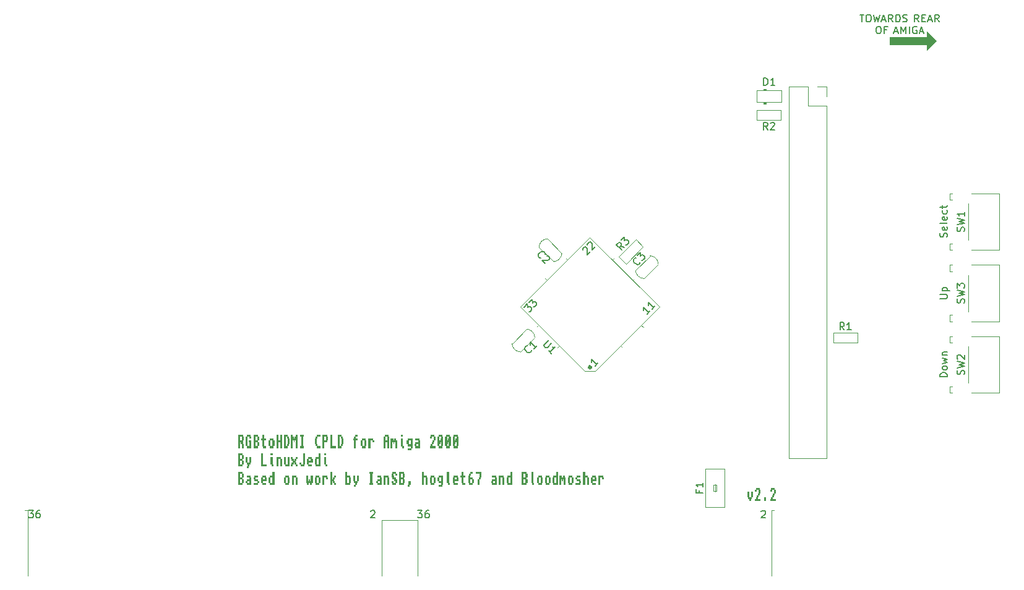
<source format=gbr>
G04 #@! TF.GenerationSoftware,KiCad,Pcbnew,6.99.0-1.20221013git3090363.fc36*
G04 #@! TF.CreationDate,2022-10-19T07:31:51+01:00*
G04 #@! TF.ProjectId,videoslotadapter,76696465-6f73-46c6-9f74-616461707465,rev?*
G04 #@! TF.SameCoordinates,Original*
G04 #@! TF.FileFunction,Legend,Top*
G04 #@! TF.FilePolarity,Positive*
%FSLAX46Y46*%
G04 Gerber Fmt 4.6, Leading zero omitted, Abs format (unit mm)*
G04 Created by KiCad (PCBNEW 6.99.0-1.20221013git3090363.fc36) date 2022-10-19 07:31:51*
%MOMM*%
%LPD*%
G01*
G04 APERTURE LIST*
%ADD10C,0.100000*%
%ADD11C,0.150000*%
%ADD12C,0.120000*%
%ADD13C,0.400000*%
G04 APERTURE END LIST*
D10*
G36*
X234696000Y-42926000D02*
G01*
X233426000Y-44196000D01*
X233426000Y-41656000D01*
X234696000Y-42926000D01*
G37*
X234696000Y-42926000D02*
X233426000Y-44196000D01*
X233426000Y-41656000D01*
X234696000Y-42926000D01*
G36*
X233426000Y-43434000D02*
G01*
X228346000Y-43434000D01*
X228346000Y-42418000D01*
X233426000Y-42418000D01*
X233426000Y-43434000D01*
G37*
X233426000Y-43434000D02*
X228346000Y-43434000D01*
X228346000Y-42418000D01*
X233426000Y-42418000D01*
X233426000Y-43434000D01*
D11*
X224276333Y-39324380D02*
X224847761Y-39324380D01*
X224562047Y-40324380D02*
X224562047Y-39324380D01*
X225371571Y-39324380D02*
X225562047Y-39324380D01*
X225562047Y-39324380D02*
X225657285Y-39372000D01*
X225657285Y-39372000D02*
X225752523Y-39467238D01*
X225752523Y-39467238D02*
X225800142Y-39657714D01*
X225800142Y-39657714D02*
X225800142Y-39991047D01*
X225800142Y-39991047D02*
X225752523Y-40181523D01*
X225752523Y-40181523D02*
X225657285Y-40276761D01*
X225657285Y-40276761D02*
X225562047Y-40324380D01*
X225562047Y-40324380D02*
X225371571Y-40324380D01*
X225371571Y-40324380D02*
X225276333Y-40276761D01*
X225276333Y-40276761D02*
X225181095Y-40181523D01*
X225181095Y-40181523D02*
X225133476Y-39991047D01*
X225133476Y-39991047D02*
X225133476Y-39657714D01*
X225133476Y-39657714D02*
X225181095Y-39467238D01*
X225181095Y-39467238D02*
X225276333Y-39372000D01*
X225276333Y-39372000D02*
X225371571Y-39324380D01*
X226133476Y-39324380D02*
X226371571Y-40324380D01*
X226371571Y-40324380D02*
X226562047Y-39610095D01*
X226562047Y-39610095D02*
X226752523Y-40324380D01*
X226752523Y-40324380D02*
X226990619Y-39324380D01*
X227323952Y-40038666D02*
X227800142Y-40038666D01*
X227228714Y-40324380D02*
X227562047Y-39324380D01*
X227562047Y-39324380D02*
X227895380Y-40324380D01*
X228800142Y-40324380D02*
X228466809Y-39848190D01*
X228228714Y-40324380D02*
X228228714Y-39324380D01*
X228228714Y-39324380D02*
X228609666Y-39324380D01*
X228609666Y-39324380D02*
X228704904Y-39372000D01*
X228704904Y-39372000D02*
X228752523Y-39419619D01*
X228752523Y-39419619D02*
X228800142Y-39514857D01*
X228800142Y-39514857D02*
X228800142Y-39657714D01*
X228800142Y-39657714D02*
X228752523Y-39752952D01*
X228752523Y-39752952D02*
X228704904Y-39800571D01*
X228704904Y-39800571D02*
X228609666Y-39848190D01*
X228609666Y-39848190D02*
X228228714Y-39848190D01*
X229228714Y-40324380D02*
X229228714Y-39324380D01*
X229228714Y-39324380D02*
X229466809Y-39324380D01*
X229466809Y-39324380D02*
X229609666Y-39372000D01*
X229609666Y-39372000D02*
X229704904Y-39467238D01*
X229704904Y-39467238D02*
X229752523Y-39562476D01*
X229752523Y-39562476D02*
X229800142Y-39752952D01*
X229800142Y-39752952D02*
X229800142Y-39895809D01*
X229800142Y-39895809D02*
X229752523Y-40086285D01*
X229752523Y-40086285D02*
X229704904Y-40181523D01*
X229704904Y-40181523D02*
X229609666Y-40276761D01*
X229609666Y-40276761D02*
X229466809Y-40324380D01*
X229466809Y-40324380D02*
X229228714Y-40324380D01*
X230181095Y-40276761D02*
X230323952Y-40324380D01*
X230323952Y-40324380D02*
X230562047Y-40324380D01*
X230562047Y-40324380D02*
X230657285Y-40276761D01*
X230657285Y-40276761D02*
X230704904Y-40229142D01*
X230704904Y-40229142D02*
X230752523Y-40133904D01*
X230752523Y-40133904D02*
X230752523Y-40038666D01*
X230752523Y-40038666D02*
X230704904Y-39943428D01*
X230704904Y-39943428D02*
X230657285Y-39895809D01*
X230657285Y-39895809D02*
X230562047Y-39848190D01*
X230562047Y-39848190D02*
X230371571Y-39800571D01*
X230371571Y-39800571D02*
X230276333Y-39752952D01*
X230276333Y-39752952D02*
X230228714Y-39705333D01*
X230228714Y-39705333D02*
X230181095Y-39610095D01*
X230181095Y-39610095D02*
X230181095Y-39514857D01*
X230181095Y-39514857D02*
X230228714Y-39419619D01*
X230228714Y-39419619D02*
X230276333Y-39372000D01*
X230276333Y-39372000D02*
X230371571Y-39324380D01*
X230371571Y-39324380D02*
X230609666Y-39324380D01*
X230609666Y-39324380D02*
X230752523Y-39372000D01*
X232352523Y-40324380D02*
X232019190Y-39848190D01*
X231781095Y-40324380D02*
X231781095Y-39324380D01*
X231781095Y-39324380D02*
X232162047Y-39324380D01*
X232162047Y-39324380D02*
X232257285Y-39372000D01*
X232257285Y-39372000D02*
X232304904Y-39419619D01*
X232304904Y-39419619D02*
X232352523Y-39514857D01*
X232352523Y-39514857D02*
X232352523Y-39657714D01*
X232352523Y-39657714D02*
X232304904Y-39752952D01*
X232304904Y-39752952D02*
X232257285Y-39800571D01*
X232257285Y-39800571D02*
X232162047Y-39848190D01*
X232162047Y-39848190D02*
X231781095Y-39848190D01*
X232781095Y-39800571D02*
X233114428Y-39800571D01*
X233257285Y-40324380D02*
X232781095Y-40324380D01*
X232781095Y-40324380D02*
X232781095Y-39324380D01*
X232781095Y-39324380D02*
X233257285Y-39324380D01*
X233638238Y-40038666D02*
X234114428Y-40038666D01*
X233543000Y-40324380D02*
X233876333Y-39324380D01*
X233876333Y-39324380D02*
X234209666Y-40324380D01*
X235114428Y-40324380D02*
X234781095Y-39848190D01*
X234543000Y-40324380D02*
X234543000Y-39324380D01*
X234543000Y-39324380D02*
X234923952Y-39324380D01*
X234923952Y-39324380D02*
X235019190Y-39372000D01*
X235019190Y-39372000D02*
X235066809Y-39419619D01*
X235066809Y-39419619D02*
X235114428Y-39514857D01*
X235114428Y-39514857D02*
X235114428Y-39657714D01*
X235114428Y-39657714D02*
X235066809Y-39752952D01*
X235066809Y-39752952D02*
X235019190Y-39800571D01*
X235019190Y-39800571D02*
X234923952Y-39848190D01*
X234923952Y-39848190D02*
X234543000Y-39848190D01*
X226752524Y-40944380D02*
X226943000Y-40944380D01*
X226943000Y-40944380D02*
X227038238Y-40992000D01*
X227038238Y-40992000D02*
X227133476Y-41087238D01*
X227133476Y-41087238D02*
X227181095Y-41277714D01*
X227181095Y-41277714D02*
X227181095Y-41611047D01*
X227181095Y-41611047D02*
X227133476Y-41801523D01*
X227133476Y-41801523D02*
X227038238Y-41896761D01*
X227038238Y-41896761D02*
X226943000Y-41944380D01*
X226943000Y-41944380D02*
X226752524Y-41944380D01*
X226752524Y-41944380D02*
X226657286Y-41896761D01*
X226657286Y-41896761D02*
X226562048Y-41801523D01*
X226562048Y-41801523D02*
X226514429Y-41611047D01*
X226514429Y-41611047D02*
X226514429Y-41277714D01*
X226514429Y-41277714D02*
X226562048Y-41087238D01*
X226562048Y-41087238D02*
X226657286Y-40992000D01*
X226657286Y-40992000D02*
X226752524Y-40944380D01*
X227943000Y-41420571D02*
X227609667Y-41420571D01*
X227609667Y-41944380D02*
X227609667Y-40944380D01*
X227609667Y-40944380D02*
X228085857Y-40944380D01*
X229019191Y-41658666D02*
X229495381Y-41658666D01*
X228923953Y-41944380D02*
X229257286Y-40944380D01*
X229257286Y-40944380D02*
X229590619Y-41944380D01*
X229923953Y-41944380D02*
X229923953Y-40944380D01*
X229923953Y-40944380D02*
X230257286Y-41658666D01*
X230257286Y-41658666D02*
X230590619Y-40944380D01*
X230590619Y-40944380D02*
X230590619Y-41944380D01*
X231066810Y-41944380D02*
X231066810Y-40944380D01*
X232066809Y-40992000D02*
X231971571Y-40944380D01*
X231971571Y-40944380D02*
X231828714Y-40944380D01*
X231828714Y-40944380D02*
X231685857Y-40992000D01*
X231685857Y-40992000D02*
X231590619Y-41087238D01*
X231590619Y-41087238D02*
X231543000Y-41182476D01*
X231543000Y-41182476D02*
X231495381Y-41372952D01*
X231495381Y-41372952D02*
X231495381Y-41515809D01*
X231495381Y-41515809D02*
X231543000Y-41706285D01*
X231543000Y-41706285D02*
X231590619Y-41801523D01*
X231590619Y-41801523D02*
X231685857Y-41896761D01*
X231685857Y-41896761D02*
X231828714Y-41944380D01*
X231828714Y-41944380D02*
X231923952Y-41944380D01*
X231923952Y-41944380D02*
X232066809Y-41896761D01*
X232066809Y-41896761D02*
X232114428Y-41849142D01*
X232114428Y-41849142D02*
X232114428Y-41515809D01*
X232114428Y-41515809D02*
X231923952Y-41515809D01*
X232495381Y-41658666D02*
X232971571Y-41658666D01*
X232400143Y-41944380D02*
X232733476Y-40944380D01*
X232733476Y-40944380D02*
X233066809Y-41944380D01*
X235242380Y-78212094D02*
X236051904Y-78212094D01*
X236051904Y-78212094D02*
X236147142Y-78164475D01*
X236147142Y-78164475D02*
X236194761Y-78116856D01*
X236194761Y-78116856D02*
X236242380Y-78021618D01*
X236242380Y-78021618D02*
X236242380Y-77831142D01*
X236242380Y-77831142D02*
X236194761Y-77735904D01*
X236194761Y-77735904D02*
X236147142Y-77688285D01*
X236147142Y-77688285D02*
X236051904Y-77640666D01*
X236051904Y-77640666D02*
X235242380Y-77640666D01*
X235575714Y-77164475D02*
X236575714Y-77164475D01*
X235623333Y-77164475D02*
X235575714Y-77069237D01*
X235575714Y-77069237D02*
X235575714Y-76878761D01*
X235575714Y-76878761D02*
X235623333Y-76783523D01*
X235623333Y-76783523D02*
X235670952Y-76735904D01*
X235670952Y-76735904D02*
X235766190Y-76688285D01*
X235766190Y-76688285D02*
X236051904Y-76688285D01*
X236051904Y-76688285D02*
X236147142Y-76735904D01*
X236147142Y-76735904D02*
X236194761Y-76783523D01*
X236194761Y-76783523D02*
X236242380Y-76878761D01*
X236242380Y-76878761D02*
X236242380Y-77069237D01*
X236242380Y-77069237D02*
X236194761Y-77164475D01*
X236194761Y-69793047D02*
X236242380Y-69650190D01*
X236242380Y-69650190D02*
X236242380Y-69412095D01*
X236242380Y-69412095D02*
X236194761Y-69316857D01*
X236194761Y-69316857D02*
X236147142Y-69269238D01*
X236147142Y-69269238D02*
X236051904Y-69221619D01*
X236051904Y-69221619D02*
X235956666Y-69221619D01*
X235956666Y-69221619D02*
X235861428Y-69269238D01*
X235861428Y-69269238D02*
X235813809Y-69316857D01*
X235813809Y-69316857D02*
X235766190Y-69412095D01*
X235766190Y-69412095D02*
X235718571Y-69602571D01*
X235718571Y-69602571D02*
X235670952Y-69697809D01*
X235670952Y-69697809D02*
X235623333Y-69745428D01*
X235623333Y-69745428D02*
X235528095Y-69793047D01*
X235528095Y-69793047D02*
X235432857Y-69793047D01*
X235432857Y-69793047D02*
X235337619Y-69745428D01*
X235337619Y-69745428D02*
X235290000Y-69697809D01*
X235290000Y-69697809D02*
X235242380Y-69602571D01*
X235242380Y-69602571D02*
X235242380Y-69364476D01*
X235242380Y-69364476D02*
X235290000Y-69221619D01*
X236194761Y-68412095D02*
X236242380Y-68507333D01*
X236242380Y-68507333D02*
X236242380Y-68697809D01*
X236242380Y-68697809D02*
X236194761Y-68793047D01*
X236194761Y-68793047D02*
X236099523Y-68840666D01*
X236099523Y-68840666D02*
X235718571Y-68840666D01*
X235718571Y-68840666D02*
X235623333Y-68793047D01*
X235623333Y-68793047D02*
X235575714Y-68697809D01*
X235575714Y-68697809D02*
X235575714Y-68507333D01*
X235575714Y-68507333D02*
X235623333Y-68412095D01*
X235623333Y-68412095D02*
X235718571Y-68364476D01*
X235718571Y-68364476D02*
X235813809Y-68364476D01*
X235813809Y-68364476D02*
X235909047Y-68840666D01*
X236242380Y-67793047D02*
X236194761Y-67888285D01*
X236194761Y-67888285D02*
X236099523Y-67935904D01*
X236099523Y-67935904D02*
X235242380Y-67935904D01*
X236194761Y-67031142D02*
X236242380Y-67126380D01*
X236242380Y-67126380D02*
X236242380Y-67316856D01*
X236242380Y-67316856D02*
X236194761Y-67412094D01*
X236194761Y-67412094D02*
X236099523Y-67459713D01*
X236099523Y-67459713D02*
X235718571Y-67459713D01*
X235718571Y-67459713D02*
X235623333Y-67412094D01*
X235623333Y-67412094D02*
X235575714Y-67316856D01*
X235575714Y-67316856D02*
X235575714Y-67126380D01*
X235575714Y-67126380D02*
X235623333Y-67031142D01*
X235623333Y-67031142D02*
X235718571Y-66983523D01*
X235718571Y-66983523D02*
X235813809Y-66983523D01*
X235813809Y-66983523D02*
X235909047Y-67459713D01*
X236194761Y-66126380D02*
X236242380Y-66221618D01*
X236242380Y-66221618D02*
X236242380Y-66412094D01*
X236242380Y-66412094D02*
X236194761Y-66507332D01*
X236194761Y-66507332D02*
X236147142Y-66554951D01*
X236147142Y-66554951D02*
X236051904Y-66602570D01*
X236051904Y-66602570D02*
X235766190Y-66602570D01*
X235766190Y-66602570D02*
X235670952Y-66554951D01*
X235670952Y-66554951D02*
X235623333Y-66507332D01*
X235623333Y-66507332D02*
X235575714Y-66412094D01*
X235575714Y-66412094D02*
X235575714Y-66221618D01*
X235575714Y-66221618D02*
X235623333Y-66126380D01*
X235575714Y-65840665D02*
X235575714Y-65459713D01*
X235242380Y-65697808D02*
X236099523Y-65697808D01*
X236099523Y-65697808D02*
X236194761Y-65650189D01*
X236194761Y-65650189D02*
X236242380Y-65554951D01*
X236242380Y-65554951D02*
X236242380Y-65459713D01*
G36*
X139862208Y-97111609D02*
G01*
X139984207Y-97111609D01*
X139984207Y-97627450D01*
X139862208Y-97627450D01*
X139862208Y-98166738D01*
X139984207Y-98166738D01*
X139984207Y-98682579D01*
X139721524Y-98682579D01*
X139721524Y-98166738D01*
X139599525Y-98166738D01*
X139599525Y-97889400D01*
X139468367Y-97889400D01*
X139468367Y-98682579D01*
X139205683Y-98682579D01*
X139205683Y-97627450D01*
X139468367Y-97627450D01*
X139721524Y-97627450D01*
X139721524Y-97115639D01*
X139468367Y-97115639D01*
X139468367Y-97627450D01*
X139205683Y-97627450D01*
X139205683Y-96853689D01*
X139862208Y-96853689D01*
X139862208Y-97111609D01*
G37*
G36*
X140644396Y-97627450D02*
G01*
X141033475Y-97627450D01*
X141033475Y-98682579D01*
X140395635Y-98682579D01*
X140395635Y-98420629D01*
X140254951Y-98420629D01*
X140254951Y-97111609D01*
X140395635Y-97111609D01*
X140395635Y-96853689D01*
X140911475Y-96853689D01*
X140911475Y-97111609D01*
X141033475Y-97111609D01*
X141033475Y-97373560D01*
X140770792Y-97373560D01*
X140770792Y-97115639D01*
X140517634Y-97115639D01*
X140517634Y-98420629D01*
X140770792Y-98420629D01*
X140770792Y-97889400D01*
X140644396Y-97889400D01*
X140644396Y-97627450D01*
G37*
G36*
X141951584Y-97111609D02*
G01*
X142082742Y-97111609D01*
X142082742Y-97627450D01*
X141951584Y-97627450D01*
X141951584Y-97908818D01*
X142082742Y-97908818D01*
X142082742Y-98420629D01*
X141951584Y-98420629D01*
X141951584Y-98682579D01*
X141304218Y-98682579D01*
X141304218Y-98420629D01*
X141566901Y-98420629D01*
X141820059Y-98420629D01*
X141820059Y-97889400D01*
X141566901Y-97889400D01*
X141566901Y-98420629D01*
X141304218Y-98420629D01*
X141304218Y-97627450D01*
X141566901Y-97627450D01*
X141820059Y-97627450D01*
X141820059Y-97115639D01*
X141566901Y-97115639D01*
X141566901Y-97627450D01*
X141304218Y-97627450D01*
X141304218Y-96853689D01*
X141951584Y-96853689D01*
X141951584Y-97111609D01*
G37*
G36*
X142752090Y-98420629D02*
G01*
X143010010Y-98420629D01*
X143010010Y-98682579D01*
X142611406Y-98682579D01*
X142611406Y-98424659D01*
X142489406Y-98424659D01*
X142489406Y-97631480D01*
X142353485Y-97631480D01*
X142353485Y-97369530D01*
X142489406Y-97369530D01*
X142489406Y-96853689D01*
X142752090Y-96853689D01*
X142752090Y-97369530D01*
X143010010Y-97369530D01*
X143010010Y-97631480D01*
X142752090Y-97631480D01*
X142752090Y-98420629D01*
G37*
G36*
X144059277Y-97627450D02*
G01*
X144181277Y-97627450D01*
X144181277Y-98420629D01*
X144059277Y-98420629D01*
X144059277Y-98682579D01*
X143543436Y-98682579D01*
X143543436Y-98420629D01*
X143665436Y-98420629D01*
X143918593Y-98420629D01*
X143918593Y-97631480D01*
X143665436Y-97631480D01*
X143665436Y-98420629D01*
X143543436Y-98420629D01*
X143402752Y-98420629D01*
X143402752Y-97627450D01*
X143543436Y-97627450D01*
X143543436Y-97369530D01*
X144059277Y-97369530D01*
X144059277Y-97627450D01*
G37*
G36*
X144714703Y-98682579D02*
G01*
X144452020Y-98682579D01*
X144452020Y-96853689D01*
X144714703Y-96853689D01*
X144714703Y-97627450D01*
X144967861Y-97627450D01*
X144967861Y-96853689D01*
X145230544Y-96853689D01*
X145230544Y-98682579D01*
X144967861Y-98682579D01*
X144967861Y-97889400D01*
X144714703Y-97889400D01*
X144714703Y-98682579D01*
G37*
G36*
X146017128Y-97111609D02*
G01*
X146157812Y-97111609D01*
X146157812Y-97369530D01*
X146279811Y-97369530D01*
X146279811Y-98166738D01*
X146157812Y-98166738D01*
X146157812Y-98420629D01*
X146017128Y-98420629D01*
X146017128Y-98682579D01*
X145501287Y-98682579D01*
X145501287Y-98420629D01*
X145763970Y-98420629D01*
X145895129Y-98420629D01*
X145895129Y-98166738D01*
X146017128Y-98166738D01*
X146017128Y-97369530D01*
X145895129Y-97369530D01*
X145895129Y-97115639D01*
X145763970Y-97115639D01*
X145763970Y-98420629D01*
X145501287Y-98420629D01*
X145501287Y-96853689D01*
X146017128Y-96853689D01*
X146017128Y-97111609D01*
G37*
G36*
X146808475Y-97627450D02*
G01*
X146672554Y-97627450D01*
X146672554Y-98682579D01*
X146409870Y-98682579D01*
X146409870Y-96853689D01*
X146672554Y-96853689D01*
X146672554Y-97111609D01*
X146808475Y-97111609D01*
X146808475Y-97369530D01*
X146949159Y-97369530D01*
X146949159Y-97111609D01*
X147066395Y-97111609D01*
X147066395Y-96853689D01*
X147329078Y-96853689D01*
X147329078Y-98682579D01*
X147066395Y-98682579D01*
X147066395Y-97627450D01*
X146949159Y-97627450D01*
X146949159Y-97885370D01*
X146808475Y-97885370D01*
X146808475Y-97627450D01*
G37*
G36*
X147717058Y-96853689D02*
G01*
X148232899Y-96853689D01*
X148232899Y-97115639D01*
X148115662Y-97115639D01*
X148115662Y-98420629D01*
X148232899Y-98420629D01*
X148232899Y-98682579D01*
X147717058Y-98682579D01*
X147717058Y-98420629D01*
X147852979Y-98420629D01*
X147852979Y-97115639D01*
X147717058Y-97115639D01*
X147717058Y-96853689D01*
G37*
G36*
X149698356Y-97369530D02*
G01*
X149834277Y-97369530D01*
X149834277Y-97111609D01*
X149961039Y-97111609D01*
X149961039Y-96853689D01*
X150472117Y-96853689D01*
X150472117Y-97115639D01*
X150096960Y-97115639D01*
X150096960Y-97369530D01*
X149961039Y-97369530D01*
X149961039Y-98166738D01*
X150096960Y-98166738D01*
X150096960Y-98420629D01*
X150472117Y-98420629D01*
X150472117Y-98682579D01*
X149961039Y-98682579D01*
X149961039Y-98420629D01*
X149834277Y-98420629D01*
X149834277Y-98166738D01*
X149698356Y-98166738D01*
X149698356Y-97369530D01*
G37*
G36*
X151394989Y-97111609D02*
G01*
X151526147Y-97111609D01*
X151526147Y-97627450D01*
X151394989Y-97627450D01*
X151394989Y-97889400D01*
X151010307Y-97889400D01*
X151010307Y-98682579D01*
X150747623Y-98682579D01*
X150747623Y-97627450D01*
X151010307Y-97627450D01*
X151263464Y-97627450D01*
X151263464Y-97115639D01*
X151010307Y-97115639D01*
X151010307Y-97627450D01*
X150747623Y-97627450D01*
X150747623Y-96853689D01*
X151394989Y-96853689D01*
X151394989Y-97111609D01*
G37*
G36*
X152582376Y-98682579D02*
G01*
X151796891Y-98682579D01*
X151796891Y-96853689D01*
X152059574Y-96853689D01*
X152059574Y-98420629D01*
X152582376Y-98420629D01*
X152582376Y-98682579D01*
G37*
G36*
X153361999Y-97111609D02*
G01*
X153502683Y-97111609D01*
X153502683Y-97369530D01*
X153624682Y-97369530D01*
X153624682Y-98166738D01*
X153502683Y-98166738D01*
X153502683Y-98420629D01*
X153361999Y-98420629D01*
X153361999Y-98682579D01*
X152846158Y-98682579D01*
X152846158Y-98420629D01*
X153108841Y-98420629D01*
X153240000Y-98420629D01*
X153240000Y-98166738D01*
X153361999Y-98166738D01*
X153361999Y-97369530D01*
X153240000Y-97369530D01*
X153240000Y-97115639D01*
X153108841Y-97115639D01*
X153108841Y-98420629D01*
X152846158Y-98420629D01*
X152846158Y-96853689D01*
X153361999Y-96853689D01*
X153361999Y-97111609D01*
G37*
G36*
X155343297Y-98682579D02*
G01*
X155080614Y-98682579D01*
X155080614Y-97631480D01*
X154944692Y-97631480D01*
X154944692Y-97369530D01*
X155080614Y-97369530D01*
X155080614Y-97111609D01*
X155202613Y-97111609D01*
X155202613Y-96853689D01*
X155601217Y-96853689D01*
X155601217Y-97115639D01*
X155343297Y-97115639D01*
X155343297Y-97369530D01*
X155601217Y-97369530D01*
X155601217Y-97631480D01*
X155343297Y-97631480D01*
X155343297Y-98682579D01*
G37*
G36*
X156650484Y-97627450D02*
G01*
X156772484Y-97627450D01*
X156772484Y-98420629D01*
X156650484Y-98420629D01*
X156650484Y-98682579D01*
X156134644Y-98682579D01*
X156134644Y-98420629D01*
X156256643Y-98420629D01*
X156509801Y-98420629D01*
X156509801Y-97631480D01*
X156256643Y-97631480D01*
X156256643Y-98420629D01*
X156134644Y-98420629D01*
X155993960Y-98420629D01*
X155993960Y-97627450D01*
X156134644Y-97627450D01*
X156134644Y-97369530D01*
X156650484Y-97369530D01*
X156650484Y-97627450D01*
G37*
G36*
X157305910Y-98682579D02*
G01*
X157043227Y-98682579D01*
X157043227Y-97369530D01*
X157690593Y-97369530D01*
X157690593Y-97627450D01*
X157821751Y-97627450D01*
X157821751Y-97889400D01*
X157559068Y-97889400D01*
X157559068Y-97631480D01*
X157305910Y-97631480D01*
X157305910Y-98682579D01*
G37*
G36*
X159798286Y-97111609D02*
G01*
X159920286Y-97111609D01*
X159920286Y-98682579D01*
X159657602Y-98682579D01*
X159657602Y-97889400D01*
X159404445Y-97889400D01*
X159404445Y-98682579D01*
X159141762Y-98682579D01*
X159141762Y-97627450D01*
X159404445Y-97627450D01*
X159657602Y-97627450D01*
X159657602Y-97115639D01*
X159404445Y-97115639D01*
X159404445Y-97627450D01*
X159141762Y-97627450D01*
X159141762Y-97111609D01*
X159282445Y-97111609D01*
X159282445Y-96853689D01*
X159798286Y-96853689D01*
X159798286Y-97111609D01*
G37*
G36*
X160313028Y-98682579D02*
G01*
X160050345Y-98682579D01*
X160050345Y-97369530D01*
X160448949Y-97369530D01*
X160448949Y-97627450D01*
X160589633Y-97627450D01*
X160589633Y-97369530D01*
X160828869Y-97369530D01*
X160828869Y-97627450D01*
X160969553Y-97627450D01*
X160969553Y-98682579D01*
X160706870Y-98682579D01*
X160706870Y-97885370D01*
X160589633Y-97885370D01*
X160589633Y-98143291D01*
X160448949Y-98143291D01*
X160448949Y-97885370D01*
X160313028Y-97885370D01*
X160313028Y-98682579D01*
G37*
G36*
X161498217Y-97369530D02*
G01*
X161760900Y-97369530D01*
X161760900Y-98420629D01*
X161896821Y-98420629D01*
X161896821Y-98682579D01*
X161634138Y-98682579D01*
X161634138Y-98424659D01*
X161498217Y-98424659D01*
X161498217Y-97369530D01*
G37*
G36*
X161498217Y-96853689D02*
G01*
X161760900Y-96853689D01*
X161760900Y-97115639D01*
X161498217Y-97115639D01*
X161498217Y-96853689D01*
G37*
G36*
X163068087Y-98682579D02*
G01*
X162946088Y-98682579D01*
X162946088Y-98940500D01*
X162430247Y-98940500D01*
X162430247Y-98678549D01*
X162805404Y-98678549D01*
X162805404Y-98424659D01*
X162430247Y-98424659D01*
X162430247Y-98162708D01*
X162552247Y-98162708D01*
X162805404Y-98162708D01*
X162805404Y-97631480D01*
X162552247Y-97631480D01*
X162552247Y-98162708D01*
X162430247Y-98162708D01*
X162430247Y-98143291D01*
X162289563Y-98143291D01*
X162289563Y-97627450D01*
X162430247Y-97627450D01*
X162430247Y-97369530D01*
X163068087Y-97369530D01*
X163068087Y-98682579D01*
G37*
G36*
X163995355Y-97631480D02*
G01*
X164117355Y-97631480D01*
X164117355Y-98682579D01*
X163479515Y-98682579D01*
X163479515Y-98420629D01*
X163601514Y-98420629D01*
X163854672Y-98420629D01*
X163854672Y-98162708D01*
X163601514Y-98162708D01*
X163601514Y-98420629D01*
X163479515Y-98420629D01*
X163338831Y-98420629D01*
X163338831Y-98162708D01*
X163479515Y-98162708D01*
X163479515Y-97904788D01*
X163854672Y-97904788D01*
X163854672Y-97631480D01*
X163479515Y-97631480D01*
X163479515Y-97369530D01*
X163995355Y-97369530D01*
X163995355Y-97631480D01*
G37*
G36*
X165437365Y-98420629D02*
G01*
X165573286Y-98420629D01*
X165573286Y-98155015D01*
X165700048Y-98155015D01*
X165700048Y-97902956D01*
X165835969Y-97902956D01*
X165835969Y-97650897D01*
X165957969Y-97650897D01*
X165957969Y-97115639D01*
X165700048Y-97115639D01*
X165700048Y-97373560D01*
X165437365Y-97373560D01*
X165437365Y-97111609D01*
X165573286Y-97111609D01*
X165573286Y-96853689D01*
X166093890Y-96853689D01*
X166093890Y-97111609D01*
X166215889Y-97111609D01*
X166215889Y-97627450D01*
X166093890Y-97627450D01*
X166093890Y-97902956D01*
X165957969Y-97902956D01*
X165957969Y-98155015D01*
X165835969Y-98155015D01*
X165835969Y-98420629D01*
X166215889Y-98420629D01*
X166215889Y-98682579D01*
X165437365Y-98682579D01*
X165437365Y-98420629D01*
G37*
G36*
X167143157Y-97111609D02*
G01*
X167265157Y-97111609D01*
X167265157Y-98420629D01*
X167143157Y-98420629D01*
X167143157Y-98682579D01*
X166627316Y-98682579D01*
X166627316Y-98420629D01*
X166749316Y-98420629D01*
X167002473Y-98420629D01*
X167002473Y-97885370D01*
X166876078Y-97885370D01*
X166876078Y-98166738D01*
X166749316Y-98166738D01*
X166749316Y-98420629D01*
X166627316Y-98420629D01*
X166486632Y-98420629D01*
X166486632Y-97650897D01*
X166749316Y-97650897D01*
X166876078Y-97650897D01*
X166876078Y-97369530D01*
X167002473Y-97369530D01*
X167002473Y-97115639D01*
X166749316Y-97115639D01*
X166749316Y-97650897D01*
X166486632Y-97650897D01*
X166486632Y-97111609D01*
X166627316Y-97111609D01*
X166627316Y-96853689D01*
X167143157Y-96853689D01*
X167143157Y-97111609D01*
G37*
G36*
X168192424Y-97111609D02*
G01*
X168314424Y-97111609D01*
X168314424Y-98420629D01*
X168192424Y-98420629D01*
X168192424Y-98682579D01*
X167676584Y-98682579D01*
X167676584Y-98420629D01*
X167798583Y-98420629D01*
X168051741Y-98420629D01*
X168051741Y-97885370D01*
X167925345Y-97885370D01*
X167925345Y-98166738D01*
X167798583Y-98166738D01*
X167798583Y-98420629D01*
X167676584Y-98420629D01*
X167535900Y-98420629D01*
X167535900Y-97650897D01*
X167798583Y-97650897D01*
X167925345Y-97650897D01*
X167925345Y-97369530D01*
X168051741Y-97369530D01*
X168051741Y-97115639D01*
X167798583Y-97115639D01*
X167798583Y-97650897D01*
X167535900Y-97650897D01*
X167535900Y-97111609D01*
X167676584Y-97111609D01*
X167676584Y-96853689D01*
X168192424Y-96853689D01*
X168192424Y-97111609D01*
G37*
G36*
X169241692Y-97111609D02*
G01*
X169363691Y-97111609D01*
X169363691Y-98420629D01*
X169241692Y-98420629D01*
X169241692Y-98682579D01*
X168725851Y-98682579D01*
X168725851Y-98420629D01*
X168847850Y-98420629D01*
X169101008Y-98420629D01*
X169101008Y-97885370D01*
X168974612Y-97885370D01*
X168974612Y-98166738D01*
X168847850Y-98166738D01*
X168847850Y-98420629D01*
X168725851Y-98420629D01*
X168585167Y-98420629D01*
X168585167Y-97650897D01*
X168847850Y-97650897D01*
X168974612Y-97650897D01*
X168974612Y-97369530D01*
X169101008Y-97369530D01*
X169101008Y-97115639D01*
X168847850Y-97115639D01*
X168847850Y-97650897D01*
X168585167Y-97650897D01*
X168585167Y-97111609D01*
X168725851Y-97111609D01*
X168725851Y-96853689D01*
X169241692Y-96853689D01*
X169241692Y-97111609D01*
G37*
G36*
X139853049Y-99631609D02*
G01*
X139984207Y-99631609D01*
X139984207Y-100147450D01*
X139853049Y-100147450D01*
X139853049Y-100428818D01*
X139984207Y-100428818D01*
X139984207Y-100940629D01*
X139853049Y-100940629D01*
X139853049Y-101202579D01*
X139205683Y-101202579D01*
X139205683Y-100940629D01*
X139468367Y-100940629D01*
X139721524Y-100940629D01*
X139721524Y-100409400D01*
X139468367Y-100409400D01*
X139468367Y-100940629D01*
X139205683Y-100940629D01*
X139205683Y-100147450D01*
X139468367Y-100147450D01*
X139721524Y-100147450D01*
X139721524Y-99635639D01*
X139468367Y-99635639D01*
X139468367Y-100147450D01*
X139205683Y-100147450D01*
X139205683Y-99373689D01*
X139853049Y-99373689D01*
X139853049Y-99631609D01*
G37*
G36*
X140775554Y-99889530D02*
G01*
X141033475Y-99889530D01*
X141033475Y-100686738D01*
X140906713Y-100686738D01*
X140906713Y-100944659D01*
X140775554Y-100944659D01*
X140775554Y-101202579D01*
X140653555Y-101202579D01*
X140653555Y-101460500D01*
X140390872Y-101460500D01*
X140390872Y-101198549D01*
X140517634Y-101198549D01*
X140517634Y-100944659D01*
X140390872Y-100944659D01*
X140390872Y-100686738D01*
X140254951Y-100686738D01*
X140254951Y-99889530D01*
X140517634Y-99889530D01*
X140517634Y-100686738D01*
X140775554Y-100686738D01*
X140775554Y-99889530D01*
G37*
G36*
X143138970Y-101202579D02*
G01*
X142353485Y-101202579D01*
X142353485Y-99373689D01*
X142616168Y-99373689D01*
X142616168Y-100940629D01*
X143138970Y-100940629D01*
X143138970Y-101202579D01*
G37*
G36*
X143660673Y-99889530D02*
G01*
X143923356Y-99889530D01*
X143923356Y-100940629D01*
X144059277Y-100940629D01*
X144059277Y-101202579D01*
X143796594Y-101202579D01*
X143796594Y-100944659D01*
X143660673Y-100944659D01*
X143660673Y-99889530D01*
G37*
G36*
X143660673Y-99373689D02*
G01*
X143923356Y-99373689D01*
X143923356Y-99635639D01*
X143660673Y-99635639D01*
X143660673Y-99373689D01*
G37*
G36*
X144714703Y-101202579D02*
G01*
X144452020Y-101202579D01*
X144452020Y-99889530D01*
X145099385Y-99889530D01*
X145099385Y-100147450D01*
X145230544Y-100147450D01*
X145230544Y-101202579D01*
X144967861Y-101202579D01*
X144967861Y-100151480D01*
X144714703Y-100151480D01*
X144714703Y-101202579D01*
G37*
G36*
X145501287Y-99889530D02*
G01*
X145763970Y-99889530D01*
X145763970Y-100940629D01*
X146017128Y-100940629D01*
X146017128Y-99889530D01*
X146279811Y-99889530D01*
X146279811Y-101202579D01*
X145632812Y-101202579D01*
X145632812Y-100944659D01*
X145501287Y-100944659D01*
X145501287Y-99889530D01*
G37*
G36*
X146409870Y-99889530D02*
G01*
X146672554Y-99889530D01*
X146672554Y-100147450D01*
X146808475Y-100147450D01*
X146808475Y-100424788D01*
X146925711Y-100424788D01*
X146925711Y-100147450D01*
X147066395Y-100147450D01*
X147066395Y-99889530D01*
X147329078Y-99889530D01*
X147329078Y-100151480D01*
X147188394Y-100151480D01*
X147188394Y-100424788D01*
X147066395Y-100424788D01*
X147066395Y-100675015D01*
X147188394Y-100675015D01*
X147188394Y-100940629D01*
X147329078Y-100940629D01*
X147329078Y-101202579D01*
X147066395Y-101202579D01*
X147066395Y-100940629D01*
X146925711Y-100940629D01*
X146925711Y-100675015D01*
X146808475Y-100675015D01*
X146808475Y-100940629D01*
X146672554Y-100940629D01*
X146672554Y-101202579D01*
X146409870Y-101202579D01*
X146409870Y-100940629D01*
X146545792Y-100940629D01*
X146545792Y-100675015D01*
X146672554Y-100675015D01*
X146672554Y-100424788D01*
X146545792Y-100424788D01*
X146545792Y-100151480D01*
X146409870Y-100151480D01*
X146409870Y-99889530D01*
G37*
G36*
X147599822Y-100682708D02*
G01*
X147862505Y-100682708D01*
X147862505Y-100940629D01*
X148115662Y-100940629D01*
X148115662Y-99373689D01*
X148378346Y-99373689D01*
X148378346Y-100944659D01*
X148256346Y-100944659D01*
X148256346Y-101202579D01*
X147740505Y-101202579D01*
X147740505Y-100944659D01*
X147599822Y-100944659D01*
X147599822Y-100682708D01*
G37*
G36*
X149305614Y-100147450D02*
G01*
X149427613Y-100147450D01*
X149427613Y-100686738D01*
X148911772Y-100686738D01*
X148911772Y-100940629D01*
X149305614Y-100940629D01*
X149305614Y-101202579D01*
X148789773Y-101202579D01*
X148789773Y-100940629D01*
X148649089Y-100940629D01*
X148649089Y-100424788D01*
X148911772Y-100424788D01*
X149164930Y-100424788D01*
X149164930Y-100151480D01*
X148911772Y-100151480D01*
X148911772Y-100424788D01*
X148649089Y-100424788D01*
X148649089Y-100147450D01*
X148789773Y-100147450D01*
X148789773Y-99889530D01*
X149305614Y-99889530D01*
X149305614Y-100147450D01*
G37*
G36*
X150476880Y-101202579D02*
G01*
X149829881Y-101202579D01*
X149829881Y-100940629D01*
X149961039Y-100940629D01*
X150214197Y-100940629D01*
X150214197Y-100151480D01*
X149961039Y-100151480D01*
X149961039Y-100940629D01*
X149829881Y-100940629D01*
X149698356Y-100940629D01*
X149698356Y-100147450D01*
X149829881Y-100147450D01*
X149829881Y-99889530D01*
X150214197Y-99889530D01*
X150214197Y-99373689D01*
X150476880Y-99373689D01*
X150476880Y-101202579D01*
G37*
G36*
X151005544Y-99889530D02*
G01*
X151268227Y-99889530D01*
X151268227Y-100940629D01*
X151404148Y-100940629D01*
X151404148Y-101202579D01*
X151141465Y-101202579D01*
X151141465Y-100944659D01*
X151005544Y-100944659D01*
X151005544Y-99889530D01*
G37*
G36*
X151005544Y-99373689D02*
G01*
X151268227Y-99373689D01*
X151268227Y-99635639D01*
X151005544Y-99635639D01*
X151005544Y-99373689D01*
G37*
G36*
X139853049Y-102151609D02*
G01*
X139984207Y-102151609D01*
X139984207Y-102667450D01*
X139853049Y-102667450D01*
X139853049Y-102948818D01*
X139984207Y-102948818D01*
X139984207Y-103460629D01*
X139853049Y-103460629D01*
X139853049Y-103722579D01*
X139205683Y-103722579D01*
X139205683Y-103460629D01*
X139468367Y-103460629D01*
X139721524Y-103460629D01*
X139721524Y-102929400D01*
X139468367Y-102929400D01*
X139468367Y-103460629D01*
X139205683Y-103460629D01*
X139205683Y-102667450D01*
X139468367Y-102667450D01*
X139721524Y-102667450D01*
X139721524Y-102155639D01*
X139468367Y-102155639D01*
X139468367Y-102667450D01*
X139205683Y-102667450D01*
X139205683Y-101893689D01*
X139853049Y-101893689D01*
X139853049Y-102151609D01*
G37*
G36*
X140911475Y-102671480D02*
G01*
X141033475Y-102671480D01*
X141033475Y-103722579D01*
X140395635Y-103722579D01*
X140395635Y-103460629D01*
X140517634Y-103460629D01*
X140770792Y-103460629D01*
X140770792Y-103202708D01*
X140517634Y-103202708D01*
X140517634Y-103460629D01*
X140395635Y-103460629D01*
X140254951Y-103460629D01*
X140254951Y-103202708D01*
X140395635Y-103202708D01*
X140395635Y-102944788D01*
X140770792Y-102944788D01*
X140770792Y-102671480D01*
X140395635Y-102671480D01*
X140395635Y-102409530D01*
X140911475Y-102409530D01*
X140911475Y-102671480D01*
G37*
G36*
X141444902Y-102409530D02*
G01*
X141960743Y-102409530D01*
X141960743Y-102671480D01*
X141566901Y-102671480D01*
X141566901Y-102944788D01*
X141960743Y-102944788D01*
X141960743Y-103202708D01*
X142082742Y-103202708D01*
X142082742Y-103460629D01*
X141960743Y-103460629D01*
X141960743Y-103722579D01*
X141304218Y-103722579D01*
X141304218Y-103460629D01*
X141820059Y-103460629D01*
X141820059Y-103202708D01*
X141444902Y-103202708D01*
X141444902Y-102929400D01*
X141304218Y-102929400D01*
X141304218Y-102667450D01*
X141444902Y-102667450D01*
X141444902Y-102409530D01*
G37*
G36*
X143010010Y-102667450D02*
G01*
X143132009Y-102667450D01*
X143132009Y-103206738D01*
X142616168Y-103206738D01*
X142616168Y-103460629D01*
X143010010Y-103460629D01*
X143010010Y-103722579D01*
X142494169Y-103722579D01*
X142494169Y-103460629D01*
X142353485Y-103460629D01*
X142353485Y-102944788D01*
X142616168Y-102944788D01*
X142869326Y-102944788D01*
X142869326Y-102671480D01*
X142616168Y-102671480D01*
X142616168Y-102944788D01*
X142353485Y-102944788D01*
X142353485Y-102667450D01*
X142494169Y-102667450D01*
X142494169Y-102409530D01*
X143010010Y-102409530D01*
X143010010Y-102667450D01*
G37*
G36*
X144181277Y-103722579D02*
G01*
X143534277Y-103722579D01*
X143534277Y-103460629D01*
X143665436Y-103460629D01*
X143918593Y-103460629D01*
X143918593Y-102671480D01*
X143665436Y-102671480D01*
X143665436Y-103460629D01*
X143534277Y-103460629D01*
X143402752Y-103460629D01*
X143402752Y-102667450D01*
X143534277Y-102667450D01*
X143534277Y-102409530D01*
X143918593Y-102409530D01*
X143918593Y-101893689D01*
X144181277Y-101893689D01*
X144181277Y-103722579D01*
G37*
G36*
X146157812Y-102667450D02*
G01*
X146279811Y-102667450D01*
X146279811Y-103460629D01*
X146157812Y-103460629D01*
X146157812Y-103722579D01*
X145641971Y-103722579D01*
X145641971Y-103460629D01*
X145763970Y-103460629D01*
X146017128Y-103460629D01*
X146017128Y-102671480D01*
X145763970Y-102671480D01*
X145763970Y-103460629D01*
X145641971Y-103460629D01*
X145501287Y-103460629D01*
X145501287Y-102667450D01*
X145641971Y-102667450D01*
X145641971Y-102409530D01*
X146157812Y-102409530D01*
X146157812Y-102667450D01*
G37*
G36*
X146813237Y-103722579D02*
G01*
X146550554Y-103722579D01*
X146550554Y-102409530D01*
X147197920Y-102409530D01*
X147197920Y-102667450D01*
X147329078Y-102667450D01*
X147329078Y-103722579D01*
X147066395Y-103722579D01*
X147066395Y-102671480D01*
X146813237Y-102671480D01*
X146813237Y-103722579D01*
G37*
G36*
X148771088Y-102409530D02*
G01*
X148771088Y-103206738D01*
X148907009Y-103206738D01*
X148907009Y-102925370D01*
X149047693Y-102925370D01*
X149047693Y-103206738D01*
X149164930Y-103206738D01*
X149164930Y-102409530D01*
X149427613Y-102409530D01*
X149427613Y-103464659D01*
X149286929Y-103464659D01*
X149286929Y-103722579D01*
X149047693Y-103722579D01*
X149047693Y-103464659D01*
X148907009Y-103464659D01*
X148907009Y-103722579D01*
X148644326Y-103722579D01*
X148644326Y-103464659D01*
X148508405Y-103464659D01*
X148508405Y-102409530D01*
X148771088Y-102409530D01*
G37*
G36*
X150354881Y-102667450D02*
G01*
X150476880Y-102667450D01*
X150476880Y-103460629D01*
X150354881Y-103460629D01*
X150354881Y-103722579D01*
X149839040Y-103722579D01*
X149839040Y-103460629D01*
X149961039Y-103460629D01*
X150214197Y-103460629D01*
X150214197Y-102671480D01*
X149961039Y-102671480D01*
X149961039Y-103460629D01*
X149839040Y-103460629D01*
X149698356Y-103460629D01*
X149698356Y-102667450D01*
X149839040Y-102667450D01*
X149839040Y-102409530D01*
X150354881Y-102409530D01*
X150354881Y-102667450D01*
G37*
G36*
X151010307Y-103722579D02*
G01*
X150747623Y-103722579D01*
X150747623Y-102409530D01*
X151394989Y-102409530D01*
X151394989Y-102667450D01*
X151526147Y-102667450D01*
X151526147Y-102929400D01*
X151263464Y-102929400D01*
X151263464Y-102671480D01*
X151010307Y-102671480D01*
X151010307Y-103722579D01*
G37*
G36*
X152190732Y-102667450D02*
G01*
X152312732Y-102667450D01*
X152312732Y-102409530D01*
X152575415Y-102409530D01*
X152575415Y-102671480D01*
X152453415Y-102671480D01*
X152453415Y-102944788D01*
X152312732Y-102944788D01*
X152312732Y-103195015D01*
X152453415Y-103195015D01*
X152453415Y-103460629D01*
X152575415Y-103460629D01*
X152575415Y-103722579D01*
X152312732Y-103722579D01*
X152312732Y-103460629D01*
X152190732Y-103460629D01*
X152190732Y-103195015D01*
X152059574Y-103195015D01*
X152059574Y-103722579D01*
X151796891Y-103722579D01*
X151796891Y-101893689D01*
X152059574Y-101893689D01*
X152059574Y-102944788D01*
X152190732Y-102944788D01*
X152190732Y-102667450D01*
G37*
G36*
X154158108Y-102409530D02*
G01*
X154542791Y-102409530D01*
X154542791Y-102667450D01*
X154673949Y-102667450D01*
X154673949Y-103460629D01*
X154542791Y-103460629D01*
X154542791Y-103722579D01*
X153895425Y-103722579D01*
X153895425Y-103460629D01*
X154158108Y-103460629D01*
X154411266Y-103460629D01*
X154411266Y-102671480D01*
X154158108Y-102671480D01*
X154158108Y-103460629D01*
X153895425Y-103460629D01*
X153895425Y-101893689D01*
X154158108Y-101893689D01*
X154158108Y-102409530D01*
G37*
G36*
X155465296Y-102409530D02*
G01*
X155723217Y-102409530D01*
X155723217Y-103206738D01*
X155596454Y-103206738D01*
X155596454Y-103464659D01*
X155465296Y-103464659D01*
X155465296Y-103722579D01*
X155343297Y-103722579D01*
X155343297Y-103980500D01*
X155080614Y-103980500D01*
X155080614Y-103718549D01*
X155207376Y-103718549D01*
X155207376Y-103464659D01*
X155080614Y-103464659D01*
X155080614Y-103206738D01*
X154944692Y-103206738D01*
X154944692Y-102409530D01*
X155207376Y-102409530D01*
X155207376Y-103206738D01*
X155465296Y-103206738D01*
X155465296Y-102409530D01*
G37*
G36*
X157160464Y-101893689D02*
G01*
X157676304Y-101893689D01*
X157676304Y-102155639D01*
X157559068Y-102155639D01*
X157559068Y-103460629D01*
X157676304Y-103460629D01*
X157676304Y-103722579D01*
X157160464Y-103722579D01*
X157160464Y-103460629D01*
X157296385Y-103460629D01*
X157296385Y-102155639D01*
X157160464Y-102155639D01*
X157160464Y-101893689D01*
G37*
G36*
X158749019Y-102671480D02*
G01*
X158871018Y-102671480D01*
X158871018Y-103722579D01*
X158233178Y-103722579D01*
X158233178Y-103460629D01*
X158355177Y-103460629D01*
X158608335Y-103460629D01*
X158608335Y-103202708D01*
X158355177Y-103202708D01*
X158355177Y-103460629D01*
X158233178Y-103460629D01*
X158092494Y-103460629D01*
X158092494Y-103202708D01*
X158233178Y-103202708D01*
X158233178Y-102944788D01*
X158608335Y-102944788D01*
X158608335Y-102671480D01*
X158233178Y-102671480D01*
X158233178Y-102409530D01*
X158749019Y-102409530D01*
X158749019Y-102671480D01*
G37*
G36*
X159404445Y-103722579D02*
G01*
X159141762Y-103722579D01*
X159141762Y-102409530D01*
X159789127Y-102409530D01*
X159789127Y-102667450D01*
X159920286Y-102667450D01*
X159920286Y-103722579D01*
X159657602Y-103722579D01*
X159657602Y-102671480D01*
X159404445Y-102671480D01*
X159404445Y-103722579D01*
G37*
G36*
X160191029Y-103202708D02*
G01*
X160453712Y-103202708D01*
X160453712Y-103460629D01*
X160706870Y-103460629D01*
X160706870Y-103202708D01*
X160580474Y-103202708D01*
X160580474Y-102925370D01*
X160331713Y-102925370D01*
X160331713Y-102667450D01*
X160191029Y-102667450D01*
X160191029Y-102151609D01*
X160331713Y-102151609D01*
X160331713Y-101893689D01*
X160847554Y-101893689D01*
X160847554Y-102151609D01*
X160969553Y-102151609D01*
X160969553Y-102409530D01*
X160706870Y-102409530D01*
X160706870Y-102155639D01*
X160453712Y-102155639D01*
X160453712Y-102409530D01*
X160580474Y-102409530D01*
X160580474Y-102690897D01*
X160847554Y-102690897D01*
X160847554Y-102944788D01*
X160969553Y-102944788D01*
X160969553Y-103460629D01*
X160847554Y-103460629D01*
X160847554Y-103722579D01*
X160331713Y-103722579D01*
X160331713Y-103460629D01*
X160191029Y-103460629D01*
X160191029Y-103202708D01*
G37*
G36*
X161887662Y-102151609D02*
G01*
X162018820Y-102151609D01*
X162018820Y-102667450D01*
X161887662Y-102667450D01*
X161887662Y-102948818D01*
X162018820Y-102948818D01*
X162018820Y-103460629D01*
X161887662Y-103460629D01*
X161887662Y-103722579D01*
X161240296Y-103722579D01*
X161240296Y-103460629D01*
X161502979Y-103460629D01*
X161756137Y-103460629D01*
X161756137Y-102929400D01*
X161502979Y-102929400D01*
X161502979Y-103460629D01*
X161240296Y-103460629D01*
X161240296Y-102667450D01*
X161502979Y-102667450D01*
X161756137Y-102667450D01*
X161756137Y-102155639D01*
X161502979Y-102155639D01*
X161502979Y-102667450D01*
X161240296Y-102667450D01*
X161240296Y-101893689D01*
X161887662Y-101893689D01*
X161887662Y-102151609D01*
G37*
G36*
X162406800Y-103718549D02*
G01*
X162542721Y-103718549D01*
X162542721Y-103206738D01*
X162805404Y-103206738D01*
X162805404Y-103722579D01*
X162669483Y-103722579D01*
X162669483Y-103980500D01*
X162406800Y-103980500D01*
X162406800Y-103718549D01*
G37*
G36*
X164650781Y-103722579D02*
G01*
X164388098Y-103722579D01*
X164388098Y-101893689D01*
X164650781Y-101893689D01*
X164650781Y-102409530D01*
X165035464Y-102409530D01*
X165035464Y-102667450D01*
X165166622Y-102667450D01*
X165166622Y-103722579D01*
X164903939Y-103722579D01*
X164903939Y-102671480D01*
X164650781Y-102671480D01*
X164650781Y-103722579D01*
G37*
G36*
X166093890Y-102667450D02*
G01*
X166215889Y-102667450D01*
X166215889Y-103460629D01*
X166093890Y-103460629D01*
X166093890Y-103722579D01*
X165578049Y-103722579D01*
X165578049Y-103460629D01*
X165700048Y-103460629D01*
X165953206Y-103460629D01*
X165953206Y-102671480D01*
X165700048Y-102671480D01*
X165700048Y-103460629D01*
X165578049Y-103460629D01*
X165437365Y-103460629D01*
X165437365Y-102667450D01*
X165578049Y-102667450D01*
X165578049Y-102409530D01*
X166093890Y-102409530D01*
X166093890Y-102667450D01*
G37*
G36*
X167265157Y-103722579D02*
G01*
X167143157Y-103722579D01*
X167143157Y-103980500D01*
X166627316Y-103980500D01*
X166627316Y-103718549D01*
X167002473Y-103718549D01*
X167002473Y-103464659D01*
X166627316Y-103464659D01*
X166627316Y-103202708D01*
X166749316Y-103202708D01*
X167002473Y-103202708D01*
X167002473Y-102671480D01*
X166749316Y-102671480D01*
X166749316Y-103202708D01*
X166627316Y-103202708D01*
X166627316Y-103183291D01*
X166486632Y-103183291D01*
X166486632Y-102667450D01*
X166627316Y-102667450D01*
X166627316Y-102409530D01*
X167265157Y-102409530D01*
X167265157Y-103722579D01*
G37*
G36*
X167793820Y-101893689D02*
G01*
X168056503Y-101893689D01*
X168056503Y-103460629D01*
X168192424Y-103460629D01*
X168192424Y-103722579D01*
X167929741Y-103722579D01*
X167929741Y-103464659D01*
X167793820Y-103464659D01*
X167793820Y-101893689D01*
G37*
G36*
X169241692Y-102667450D02*
G01*
X169363691Y-102667450D01*
X169363691Y-103206738D01*
X168847850Y-103206738D01*
X168847850Y-103460629D01*
X169241692Y-103460629D01*
X169241692Y-103722579D01*
X168725851Y-103722579D01*
X168725851Y-103460629D01*
X168585167Y-103460629D01*
X168585167Y-102944788D01*
X168847850Y-102944788D01*
X169101008Y-102944788D01*
X169101008Y-102671480D01*
X168847850Y-102671480D01*
X168847850Y-102944788D01*
X168585167Y-102944788D01*
X168585167Y-102667450D01*
X168725851Y-102667450D01*
X168725851Y-102409530D01*
X169241692Y-102409530D01*
X169241692Y-102667450D01*
G37*
G36*
X170033039Y-103460629D02*
G01*
X170290959Y-103460629D01*
X170290959Y-103722579D01*
X169892355Y-103722579D01*
X169892355Y-103464659D01*
X169770355Y-103464659D01*
X169770355Y-102671480D01*
X169634434Y-102671480D01*
X169634434Y-102409530D01*
X169770355Y-102409530D01*
X169770355Y-101893689D01*
X170033039Y-101893689D01*
X170033039Y-102409530D01*
X170290959Y-102409530D01*
X170290959Y-102671480D01*
X170033039Y-102671480D01*
X170033039Y-103460629D01*
G37*
G36*
X171340226Y-102155639D02*
G01*
X171082306Y-102155639D01*
X171082306Y-102409530D01*
X170946385Y-102409530D01*
X170946385Y-102667450D01*
X171340226Y-102667450D01*
X171340226Y-102948818D01*
X171462226Y-102948818D01*
X171462226Y-103464659D01*
X171340226Y-103464659D01*
X171340226Y-103722579D01*
X170819623Y-103722579D01*
X170819623Y-103464659D01*
X170683702Y-103464659D01*
X170683702Y-103460629D01*
X170946385Y-103460629D01*
X171199542Y-103460629D01*
X171199542Y-102929400D01*
X170946385Y-102929400D01*
X170946385Y-103460629D01*
X170683702Y-103460629D01*
X170683702Y-102409530D01*
X170819623Y-102409530D01*
X170819623Y-102155639D01*
X170946385Y-102155639D01*
X170946385Y-101893689D01*
X171340226Y-101893689D01*
X171340226Y-102155639D01*
G37*
G36*
X171990889Y-102925370D02*
G01*
X172126810Y-102925370D01*
X172126810Y-102668915D01*
X172253572Y-102668915D01*
X172253572Y-102155639D01*
X171732969Y-102155639D01*
X171732969Y-101893689D01*
X172511493Y-101893689D01*
X172511493Y-102668915D01*
X172389494Y-102668915D01*
X172389494Y-102925370D01*
X172253572Y-102925370D01*
X172253572Y-103722579D01*
X171990889Y-103722579D01*
X171990889Y-102925370D01*
G37*
G36*
X174488028Y-102671480D02*
G01*
X174610027Y-102671480D01*
X174610027Y-103722579D01*
X173972187Y-103722579D01*
X173972187Y-103460629D01*
X174094187Y-103460629D01*
X174347344Y-103460629D01*
X174347344Y-103202708D01*
X174094187Y-103202708D01*
X174094187Y-103460629D01*
X173972187Y-103460629D01*
X173831503Y-103460629D01*
X173831503Y-103202708D01*
X173972187Y-103202708D01*
X173972187Y-102944788D01*
X174347344Y-102944788D01*
X174347344Y-102671480D01*
X173972187Y-102671480D01*
X173972187Y-102409530D01*
X174488028Y-102409530D01*
X174488028Y-102671480D01*
G37*
G36*
X175143454Y-103722579D02*
G01*
X174880771Y-103722579D01*
X174880771Y-102409530D01*
X175528136Y-102409530D01*
X175528136Y-102667450D01*
X175659295Y-102667450D01*
X175659295Y-103722579D01*
X175396612Y-103722579D01*
X175396612Y-102671480D01*
X175143454Y-102671480D01*
X175143454Y-103722579D01*
G37*
G36*
X176708562Y-103722579D02*
G01*
X176061563Y-103722579D01*
X176061563Y-103460629D01*
X176192721Y-103460629D01*
X176445879Y-103460629D01*
X176445879Y-102671480D01*
X176192721Y-102671480D01*
X176192721Y-103460629D01*
X176061563Y-103460629D01*
X175930038Y-103460629D01*
X175930038Y-102667450D01*
X176061563Y-102667450D01*
X176061563Y-102409530D01*
X176445879Y-102409530D01*
X176445879Y-101893689D01*
X176708562Y-101893689D01*
X176708562Y-103722579D01*
G37*
G36*
X178675938Y-102151609D02*
G01*
X178807096Y-102151609D01*
X178807096Y-102667450D01*
X178675938Y-102667450D01*
X178675938Y-102948818D01*
X178807096Y-102948818D01*
X178807096Y-103460629D01*
X178675938Y-103460629D01*
X178675938Y-103722579D01*
X178028572Y-103722579D01*
X178028572Y-103460629D01*
X178291256Y-103460629D01*
X178544413Y-103460629D01*
X178544413Y-102929400D01*
X178291256Y-102929400D01*
X178291256Y-103460629D01*
X178028572Y-103460629D01*
X178028572Y-102667450D01*
X178291256Y-102667450D01*
X178544413Y-102667450D01*
X178544413Y-102155639D01*
X178291256Y-102155639D01*
X178291256Y-102667450D01*
X178028572Y-102667450D01*
X178028572Y-101893689D01*
X178675938Y-101893689D01*
X178675938Y-102151609D01*
G37*
G36*
X179335760Y-101893689D02*
G01*
X179598443Y-101893689D01*
X179598443Y-103460629D01*
X179734364Y-103460629D01*
X179734364Y-103722579D01*
X179471681Y-103722579D01*
X179471681Y-103464659D01*
X179335760Y-103464659D01*
X179335760Y-101893689D01*
G37*
G36*
X180783632Y-102667450D02*
G01*
X180905631Y-102667450D01*
X180905631Y-103460629D01*
X180783632Y-103460629D01*
X180783632Y-103722579D01*
X180267791Y-103722579D01*
X180267791Y-103460629D01*
X180389790Y-103460629D01*
X180642948Y-103460629D01*
X180642948Y-102671480D01*
X180389790Y-102671480D01*
X180389790Y-103460629D01*
X180267791Y-103460629D01*
X180127107Y-103460629D01*
X180127107Y-102667450D01*
X180267791Y-102667450D01*
X180267791Y-102409530D01*
X180783632Y-102409530D01*
X180783632Y-102667450D01*
G37*
G36*
X181832899Y-102667450D02*
G01*
X181954898Y-102667450D01*
X181954898Y-103460629D01*
X181832899Y-103460629D01*
X181832899Y-103722579D01*
X181317058Y-103722579D01*
X181317058Y-103460629D01*
X181439057Y-103460629D01*
X181692215Y-103460629D01*
X181692215Y-102671480D01*
X181439057Y-102671480D01*
X181439057Y-103460629D01*
X181317058Y-103460629D01*
X181176374Y-103460629D01*
X181176374Y-102667450D01*
X181317058Y-102667450D01*
X181317058Y-102409530D01*
X181832899Y-102409530D01*
X181832899Y-102667450D01*
G37*
G36*
X183004166Y-103722579D02*
G01*
X182357166Y-103722579D01*
X182357166Y-103460629D01*
X182488325Y-103460629D01*
X182741482Y-103460629D01*
X182741482Y-102671480D01*
X182488325Y-102671480D01*
X182488325Y-103460629D01*
X182357166Y-103460629D01*
X182225642Y-103460629D01*
X182225642Y-102667450D01*
X182357166Y-102667450D01*
X182357166Y-102409530D01*
X182741482Y-102409530D01*
X182741482Y-101893689D01*
X183004166Y-101893689D01*
X183004166Y-103722579D01*
G37*
G36*
X183396908Y-103722579D02*
G01*
X183134225Y-103722579D01*
X183134225Y-102409530D01*
X183532829Y-102409530D01*
X183532829Y-102667450D01*
X183673513Y-102667450D01*
X183673513Y-102409530D01*
X183912749Y-102409530D01*
X183912749Y-102667450D01*
X184053433Y-102667450D01*
X184053433Y-103722579D01*
X183790750Y-103722579D01*
X183790750Y-102925370D01*
X183673513Y-102925370D01*
X183673513Y-103183291D01*
X183532829Y-103183291D01*
X183532829Y-102925370D01*
X183396908Y-102925370D01*
X183396908Y-103722579D01*
G37*
G36*
X184980701Y-102667450D02*
G01*
X185102700Y-102667450D01*
X185102700Y-103460629D01*
X184980701Y-103460629D01*
X184980701Y-103722579D01*
X184464860Y-103722579D01*
X184464860Y-103460629D01*
X184586859Y-103460629D01*
X184840017Y-103460629D01*
X184840017Y-102671480D01*
X184586859Y-102671480D01*
X184586859Y-103460629D01*
X184464860Y-103460629D01*
X184324176Y-103460629D01*
X184324176Y-102667450D01*
X184464860Y-102667450D01*
X184464860Y-102409530D01*
X184980701Y-102409530D01*
X184980701Y-102667450D01*
G37*
G36*
X185514127Y-102409530D02*
G01*
X186029968Y-102409530D01*
X186029968Y-102671480D01*
X185636127Y-102671480D01*
X185636127Y-102944788D01*
X186029968Y-102944788D01*
X186029968Y-103202708D01*
X186151967Y-103202708D01*
X186151967Y-103460629D01*
X186029968Y-103460629D01*
X186029968Y-103722579D01*
X185373443Y-103722579D01*
X185373443Y-103460629D01*
X185889284Y-103460629D01*
X185889284Y-103202708D01*
X185514127Y-103202708D01*
X185514127Y-102929400D01*
X185373443Y-102929400D01*
X185373443Y-102667450D01*
X185514127Y-102667450D01*
X185514127Y-102409530D01*
G37*
G36*
X186685394Y-103722579D02*
G01*
X186422711Y-103722579D01*
X186422711Y-101893689D01*
X186685394Y-101893689D01*
X186685394Y-102409530D01*
X187070076Y-102409530D01*
X187070076Y-102667450D01*
X187201235Y-102667450D01*
X187201235Y-103722579D01*
X186938551Y-103722579D01*
X186938551Y-102671480D01*
X186685394Y-102671480D01*
X186685394Y-103722579D01*
G37*
G36*
X188128503Y-102667450D02*
G01*
X188250502Y-102667450D01*
X188250502Y-103206738D01*
X187734661Y-103206738D01*
X187734661Y-103460629D01*
X188128503Y-103460629D01*
X188128503Y-103722579D01*
X187612662Y-103722579D01*
X187612662Y-103460629D01*
X187471978Y-103460629D01*
X187471978Y-102944788D01*
X187734661Y-102944788D01*
X187987819Y-102944788D01*
X187987819Y-102671480D01*
X187734661Y-102671480D01*
X187734661Y-102944788D01*
X187471978Y-102944788D01*
X187471978Y-102667450D01*
X187612662Y-102667450D01*
X187612662Y-102409530D01*
X188128503Y-102409530D01*
X188128503Y-102667450D01*
G37*
G36*
X188783928Y-103722579D02*
G01*
X188521245Y-103722579D01*
X188521245Y-102409530D01*
X189168611Y-102409530D01*
X189168611Y-102667450D01*
X189299769Y-102667450D01*
X189299769Y-102929400D01*
X189037086Y-102929400D01*
X189037086Y-102671480D01*
X188783928Y-102671480D01*
X188783928Y-103722579D01*
G37*
X236242380Y-88914475D02*
X235242380Y-88914475D01*
X235242380Y-88914475D02*
X235242380Y-88676380D01*
X235242380Y-88676380D02*
X235290000Y-88533523D01*
X235290000Y-88533523D02*
X235385238Y-88438285D01*
X235385238Y-88438285D02*
X235480476Y-88390666D01*
X235480476Y-88390666D02*
X235670952Y-88343047D01*
X235670952Y-88343047D02*
X235813809Y-88343047D01*
X235813809Y-88343047D02*
X236004285Y-88390666D01*
X236004285Y-88390666D02*
X236099523Y-88438285D01*
X236099523Y-88438285D02*
X236194761Y-88533523D01*
X236194761Y-88533523D02*
X236242380Y-88676380D01*
X236242380Y-88676380D02*
X236242380Y-88914475D01*
X236242380Y-87771618D02*
X236194761Y-87866856D01*
X236194761Y-87866856D02*
X236147142Y-87914475D01*
X236147142Y-87914475D02*
X236051904Y-87962094D01*
X236051904Y-87962094D02*
X235766190Y-87962094D01*
X235766190Y-87962094D02*
X235670952Y-87914475D01*
X235670952Y-87914475D02*
X235623333Y-87866856D01*
X235623333Y-87866856D02*
X235575714Y-87771618D01*
X235575714Y-87771618D02*
X235575714Y-87628761D01*
X235575714Y-87628761D02*
X235623333Y-87533523D01*
X235623333Y-87533523D02*
X235670952Y-87485904D01*
X235670952Y-87485904D02*
X235766190Y-87438285D01*
X235766190Y-87438285D02*
X236051904Y-87438285D01*
X236051904Y-87438285D02*
X236147142Y-87485904D01*
X236147142Y-87485904D02*
X236194761Y-87533523D01*
X236194761Y-87533523D02*
X236242380Y-87628761D01*
X236242380Y-87628761D02*
X236242380Y-87771618D01*
X235575714Y-87104951D02*
X236242380Y-86914475D01*
X236242380Y-86914475D02*
X235766190Y-86723999D01*
X235766190Y-86723999D02*
X236242380Y-86533523D01*
X236242380Y-86533523D02*
X235575714Y-86343047D01*
X235575714Y-85962094D02*
X236242380Y-85962094D01*
X235670952Y-85962094D02*
X235623333Y-85914475D01*
X235623333Y-85914475D02*
X235575714Y-85819237D01*
X235575714Y-85819237D02*
X235575714Y-85676380D01*
X235575714Y-85676380D02*
X235623333Y-85581142D01*
X235623333Y-85581142D02*
X235718571Y-85533523D01*
X235718571Y-85533523D02*
X236242380Y-85533523D01*
G36*
X209382753Y-104613930D02*
G01*
X209640673Y-104613930D01*
X209640673Y-105411138D01*
X209518674Y-105411138D01*
X209518674Y-105669059D01*
X209382753Y-105669059D01*
X209382753Y-105926979D01*
X209124833Y-105926979D01*
X209124833Y-105669059D01*
X209002833Y-105669059D01*
X209002833Y-105411138D01*
X208862149Y-105411138D01*
X208862149Y-104613930D01*
X209124833Y-104613930D01*
X209124833Y-105411138D01*
X209382753Y-105411138D01*
X209382753Y-104613930D01*
G37*
G36*
X209911417Y-105665029D02*
G01*
X210047338Y-105665029D01*
X210047338Y-105399415D01*
X210174100Y-105399415D01*
X210174100Y-105147356D01*
X210310021Y-105147356D01*
X210310021Y-104895297D01*
X210432020Y-104895297D01*
X210432020Y-104360039D01*
X210174100Y-104360039D01*
X210174100Y-104617960D01*
X209911417Y-104617960D01*
X209911417Y-104356009D01*
X210047338Y-104356009D01*
X210047338Y-104098089D01*
X210567941Y-104098089D01*
X210567941Y-104356009D01*
X210689941Y-104356009D01*
X210689941Y-104871850D01*
X210567941Y-104871850D01*
X210567941Y-105147356D01*
X210432020Y-105147356D01*
X210432020Y-105399415D01*
X210310021Y-105399415D01*
X210310021Y-105665029D01*
X210689941Y-105665029D01*
X210689941Y-105926979D01*
X209911417Y-105926979D01*
X209911417Y-105665029D01*
G37*
G36*
X211218604Y-105411138D02*
G01*
X211481288Y-105411138D01*
X211481288Y-105926979D01*
X211218604Y-105926979D01*
X211218604Y-105411138D01*
G37*
G36*
X212009951Y-105665029D02*
G01*
X212145872Y-105665029D01*
X212145872Y-105399415D01*
X212272634Y-105399415D01*
X212272634Y-105147356D01*
X212408556Y-105147356D01*
X212408556Y-104895297D01*
X212530555Y-104895297D01*
X212530555Y-104360039D01*
X212272634Y-104360039D01*
X212272634Y-104617960D01*
X212009951Y-104617960D01*
X212009951Y-104356009D01*
X212145872Y-104356009D01*
X212145872Y-104098089D01*
X212666476Y-104098089D01*
X212666476Y-104356009D01*
X212788475Y-104356009D01*
X212788475Y-104871850D01*
X212666476Y-104871850D01*
X212666476Y-105147356D01*
X212530555Y-105147356D01*
X212530555Y-105399415D01*
X212408556Y-105399415D01*
X212408556Y-105665029D01*
X212788475Y-105665029D01*
X212788475Y-105926979D01*
X212009951Y-105926979D01*
X212009951Y-105665029D01*
G37*
X163784476Y-107224380D02*
X164403523Y-107224380D01*
X164403523Y-107224380D02*
X164070190Y-107605333D01*
X164070190Y-107605333D02*
X164213047Y-107605333D01*
X164213047Y-107605333D02*
X164308285Y-107652952D01*
X164308285Y-107652952D02*
X164355904Y-107700571D01*
X164355904Y-107700571D02*
X164403523Y-107795809D01*
X164403523Y-107795809D02*
X164403523Y-108033904D01*
X164403523Y-108033904D02*
X164355904Y-108129142D01*
X164355904Y-108129142D02*
X164308285Y-108176761D01*
X164308285Y-108176761D02*
X164213047Y-108224380D01*
X164213047Y-108224380D02*
X163927333Y-108224380D01*
X163927333Y-108224380D02*
X163832095Y-108176761D01*
X163832095Y-108176761D02*
X163784476Y-108129142D01*
X165260666Y-107224380D02*
X165070190Y-107224380D01*
X165070190Y-107224380D02*
X164974952Y-107272000D01*
X164974952Y-107272000D02*
X164927333Y-107319619D01*
X164927333Y-107319619D02*
X164832095Y-107462476D01*
X164832095Y-107462476D02*
X164784476Y-107652952D01*
X164784476Y-107652952D02*
X164784476Y-108033904D01*
X164784476Y-108033904D02*
X164832095Y-108129142D01*
X164832095Y-108129142D02*
X164879714Y-108176761D01*
X164879714Y-108176761D02*
X164974952Y-108224380D01*
X164974952Y-108224380D02*
X165165428Y-108224380D01*
X165165428Y-108224380D02*
X165260666Y-108176761D01*
X165260666Y-108176761D02*
X165308285Y-108129142D01*
X165308285Y-108129142D02*
X165355904Y-108033904D01*
X165355904Y-108033904D02*
X165355904Y-107795809D01*
X165355904Y-107795809D02*
X165308285Y-107700571D01*
X165308285Y-107700571D02*
X165260666Y-107652952D01*
X165260666Y-107652952D02*
X165165428Y-107605333D01*
X165165428Y-107605333D02*
X164974952Y-107605333D01*
X164974952Y-107605333D02*
X164879714Y-107652952D01*
X164879714Y-107652952D02*
X164832095Y-107700571D01*
X164832095Y-107700571D02*
X164784476Y-107795809D01*
X157358286Y-107319619D02*
X157405905Y-107272000D01*
X157405905Y-107272000D02*
X157501143Y-107224380D01*
X157501143Y-107224380D02*
X157739238Y-107224380D01*
X157739238Y-107224380D02*
X157834476Y-107272000D01*
X157834476Y-107272000D02*
X157882095Y-107319619D01*
X157882095Y-107319619D02*
X157929714Y-107414857D01*
X157929714Y-107414857D02*
X157929714Y-107510095D01*
X157929714Y-107510095D02*
X157882095Y-107652952D01*
X157882095Y-107652952D02*
X157310667Y-108224380D01*
X157310667Y-108224380D02*
X157929714Y-108224380D01*
X210808286Y-107324619D02*
X210855905Y-107277000D01*
X210855905Y-107277000D02*
X210951143Y-107229380D01*
X210951143Y-107229380D02*
X211189238Y-107229380D01*
X211189238Y-107229380D02*
X211284476Y-107277000D01*
X211284476Y-107277000D02*
X211332095Y-107324619D01*
X211332095Y-107324619D02*
X211379714Y-107419857D01*
X211379714Y-107419857D02*
X211379714Y-107515095D01*
X211379714Y-107515095D02*
X211332095Y-107657952D01*
X211332095Y-107657952D02*
X210760667Y-108229380D01*
X210760667Y-108229380D02*
X211379714Y-108229380D01*
X110559476Y-107224380D02*
X111178523Y-107224380D01*
X111178523Y-107224380D02*
X110845190Y-107605333D01*
X110845190Y-107605333D02*
X110988047Y-107605333D01*
X110988047Y-107605333D02*
X111083285Y-107652952D01*
X111083285Y-107652952D02*
X111130904Y-107700571D01*
X111130904Y-107700571D02*
X111178523Y-107795809D01*
X111178523Y-107795809D02*
X111178523Y-108033904D01*
X111178523Y-108033904D02*
X111130904Y-108129142D01*
X111130904Y-108129142D02*
X111083285Y-108176761D01*
X111083285Y-108176761D02*
X110988047Y-108224380D01*
X110988047Y-108224380D02*
X110702333Y-108224380D01*
X110702333Y-108224380D02*
X110607095Y-108176761D01*
X110607095Y-108176761D02*
X110559476Y-108129142D01*
X112035666Y-107224380D02*
X111845190Y-107224380D01*
X111845190Y-107224380D02*
X111749952Y-107272000D01*
X111749952Y-107272000D02*
X111702333Y-107319619D01*
X111702333Y-107319619D02*
X111607095Y-107462476D01*
X111607095Y-107462476D02*
X111559476Y-107652952D01*
X111559476Y-107652952D02*
X111559476Y-108033904D01*
X111559476Y-108033904D02*
X111607095Y-108129142D01*
X111607095Y-108129142D02*
X111654714Y-108176761D01*
X111654714Y-108176761D02*
X111749952Y-108224380D01*
X111749952Y-108224380D02*
X111940428Y-108224380D01*
X111940428Y-108224380D02*
X112035666Y-108176761D01*
X112035666Y-108176761D02*
X112083285Y-108129142D01*
X112083285Y-108129142D02*
X112130904Y-108033904D01*
X112130904Y-108033904D02*
X112130904Y-107795809D01*
X112130904Y-107795809D02*
X112083285Y-107700571D01*
X112083285Y-107700571D02*
X112035666Y-107652952D01*
X112035666Y-107652952D02*
X111940428Y-107605333D01*
X111940428Y-107605333D02*
X111749952Y-107605333D01*
X111749952Y-107605333D02*
X111654714Y-107652952D01*
X111654714Y-107652952D02*
X111607095Y-107700571D01*
X111607095Y-107700571D02*
X111559476Y-107795809D01*
X179335746Y-85271447D02*
X179335746Y-85338791D01*
X179335746Y-85338791D02*
X179268402Y-85473478D01*
X179268402Y-85473478D02*
X179201059Y-85540821D01*
X179201059Y-85540821D02*
X179066372Y-85608165D01*
X179066372Y-85608165D02*
X178931685Y-85608165D01*
X178931685Y-85608165D02*
X178830669Y-85574493D01*
X178830669Y-85574493D02*
X178662311Y-85473478D01*
X178662311Y-85473478D02*
X178561295Y-85372463D01*
X178561295Y-85372463D02*
X178460280Y-85204104D01*
X178460280Y-85204104D02*
X178426608Y-85103089D01*
X178426608Y-85103089D02*
X178426608Y-84968402D01*
X178426608Y-84968402D02*
X178493952Y-84833715D01*
X178493952Y-84833715D02*
X178561295Y-84766371D01*
X178561295Y-84766371D02*
X178695982Y-84699028D01*
X178695982Y-84699028D02*
X178763326Y-84699028D01*
X180076524Y-84665356D02*
X179672463Y-85069417D01*
X179874494Y-84867386D02*
X179167387Y-84160280D01*
X179167387Y-84160280D02*
X179201059Y-84328638D01*
X179201059Y-84328638D02*
X179201059Y-84463325D01*
X179201059Y-84463325D02*
X179167387Y-84564341D01*
X180618672Y-72675866D02*
X180551328Y-72675866D01*
X180551328Y-72675866D02*
X180416641Y-72608522D01*
X180416641Y-72608522D02*
X180349298Y-72541179D01*
X180349298Y-72541179D02*
X180281954Y-72406492D01*
X180281954Y-72406492D02*
X180281954Y-72271805D01*
X180281954Y-72271805D02*
X180315626Y-72170789D01*
X180315626Y-72170789D02*
X180416641Y-72002431D01*
X180416641Y-72002431D02*
X180517656Y-71901415D01*
X180517656Y-71901415D02*
X180686015Y-71800400D01*
X180686015Y-71800400D02*
X180787030Y-71766728D01*
X180787030Y-71766728D02*
X180921717Y-71766728D01*
X180921717Y-71766728D02*
X181056404Y-71834072D01*
X181056404Y-71834072D02*
X181123748Y-71901415D01*
X181123748Y-71901415D02*
X181191091Y-72036102D01*
X181191091Y-72036102D02*
X181191091Y-72103446D01*
X181460465Y-72372820D02*
X181527809Y-72372820D01*
X181527809Y-72372820D02*
X181628824Y-72406492D01*
X181628824Y-72406492D02*
X181797183Y-72574851D01*
X181797183Y-72574851D02*
X181830855Y-72675866D01*
X181830855Y-72675866D02*
X181830855Y-72743209D01*
X181830855Y-72743209D02*
X181797183Y-72844225D01*
X181797183Y-72844225D02*
X181729839Y-72911568D01*
X181729839Y-72911568D02*
X181595152Y-72978912D01*
X181595152Y-72978912D02*
X180787030Y-72978912D01*
X180787030Y-72978912D02*
X181224763Y-73416644D01*
X194213420Y-73199121D02*
X194213420Y-73266465D01*
X194213420Y-73266465D02*
X194146076Y-73401152D01*
X194146076Y-73401152D02*
X194078733Y-73468495D01*
X194078733Y-73468495D02*
X193944046Y-73535839D01*
X193944046Y-73535839D02*
X193809359Y-73535839D01*
X193809359Y-73535839D02*
X193708343Y-73502167D01*
X193708343Y-73502167D02*
X193539985Y-73401152D01*
X193539985Y-73401152D02*
X193438969Y-73300137D01*
X193438969Y-73300137D02*
X193337954Y-73131778D01*
X193337954Y-73131778D02*
X193304282Y-73030763D01*
X193304282Y-73030763D02*
X193304282Y-72896076D01*
X193304282Y-72896076D02*
X193371626Y-72761389D01*
X193371626Y-72761389D02*
X193438969Y-72694045D01*
X193438969Y-72694045D02*
X193573656Y-72626702D01*
X193573656Y-72626702D02*
X193641000Y-72626702D01*
X193809359Y-72323656D02*
X194247092Y-71885923D01*
X194247092Y-71885923D02*
X194280763Y-72390999D01*
X194280763Y-72390999D02*
X194381779Y-72289984D01*
X194381779Y-72289984D02*
X194482794Y-72256312D01*
X194482794Y-72256312D02*
X194550137Y-72256312D01*
X194550137Y-72256312D02*
X194651153Y-72289984D01*
X194651153Y-72289984D02*
X194819511Y-72458343D01*
X194819511Y-72458343D02*
X194853183Y-72559358D01*
X194853183Y-72559358D02*
X194853183Y-72626702D01*
X194853183Y-72626702D02*
X194819511Y-72727717D01*
X194819511Y-72727717D02*
X194617481Y-72929747D01*
X194617481Y-72929747D02*
X194516466Y-72963419D01*
X194516466Y-72963419D02*
X194449122Y-72963419D01*
X222133333Y-82487380D02*
X221800000Y-82011190D01*
X221561905Y-82487380D02*
X221561905Y-81487380D01*
X221561905Y-81487380D02*
X221942857Y-81487380D01*
X221942857Y-81487380D02*
X222038095Y-81535000D01*
X222038095Y-81535000D02*
X222085714Y-81582619D01*
X222085714Y-81582619D02*
X222133333Y-81677857D01*
X222133333Y-81677857D02*
X222133333Y-81820714D01*
X222133333Y-81820714D02*
X222085714Y-81915952D01*
X222085714Y-81915952D02*
X222038095Y-81963571D01*
X222038095Y-81963571D02*
X221942857Y-82011190D01*
X221942857Y-82011190D02*
X221561905Y-82011190D01*
X223085714Y-82487380D02*
X222514286Y-82487380D01*
X222800000Y-82487380D02*
X222800000Y-81487380D01*
X222800000Y-81487380D02*
X222704762Y-81630238D01*
X222704762Y-81630238D02*
X222609524Y-81725476D01*
X222609524Y-81725476D02*
X222514286Y-81773095D01*
X192080763Y-71166465D02*
X191508343Y-71065450D01*
X191676702Y-71570526D02*
X190969595Y-70863419D01*
X190969595Y-70863419D02*
X191238969Y-70594045D01*
X191238969Y-70594045D02*
X191339985Y-70560373D01*
X191339985Y-70560373D02*
X191407328Y-70560373D01*
X191407328Y-70560373D02*
X191508343Y-70594045D01*
X191508343Y-70594045D02*
X191609359Y-70695060D01*
X191609359Y-70695060D02*
X191643030Y-70796076D01*
X191643030Y-70796076D02*
X191643030Y-70863419D01*
X191643030Y-70863419D02*
X191609359Y-70964434D01*
X191609359Y-70964434D02*
X191339985Y-71233808D01*
X191609359Y-70223656D02*
X192047092Y-69785923D01*
X192047092Y-69785923D02*
X192080763Y-70290999D01*
X192080763Y-70290999D02*
X192181779Y-70189984D01*
X192181779Y-70189984D02*
X192282794Y-70156312D01*
X192282794Y-70156312D02*
X192350137Y-70156312D01*
X192350137Y-70156312D02*
X192451153Y-70189984D01*
X192451153Y-70189984D02*
X192619511Y-70358343D01*
X192619511Y-70358343D02*
X192653183Y-70459358D01*
X192653183Y-70459358D02*
X192653183Y-70526702D01*
X192653183Y-70526702D02*
X192619511Y-70627717D01*
X192619511Y-70627717D02*
X192417481Y-70829747D01*
X192417481Y-70829747D02*
X192316466Y-70863419D01*
X192316466Y-70863419D02*
X192249122Y-70863419D01*
X181690822Y-83931681D02*
X181118402Y-84504101D01*
X181118402Y-84504101D02*
X181084730Y-84605116D01*
X181084730Y-84605116D02*
X181084730Y-84672460D01*
X181084730Y-84672460D02*
X181118402Y-84773475D01*
X181118402Y-84773475D02*
X181253089Y-84908162D01*
X181253089Y-84908162D02*
X181354104Y-84941834D01*
X181354104Y-84941834D02*
X181421448Y-84941834D01*
X181421448Y-84941834D02*
X181522463Y-84908162D01*
X181522463Y-84908162D02*
X182094883Y-84335742D01*
X182094883Y-85749956D02*
X181690822Y-85345895D01*
X181892852Y-85547925D02*
X182599959Y-84840819D01*
X182599959Y-84840819D02*
X182431600Y-84874490D01*
X182431600Y-84874490D02*
X182296913Y-84874490D01*
X182296913Y-84874490D02*
X182195898Y-84840819D01*
X195557321Y-79924069D02*
X195153260Y-80328130D01*
X195355291Y-80126100D02*
X194648184Y-79418993D01*
X194648184Y-79418993D02*
X194681855Y-79587352D01*
X194681855Y-79587352D02*
X194681855Y-79722039D01*
X194681855Y-79722039D02*
X194648184Y-79823054D01*
X196230756Y-79250634D02*
X195826695Y-79654695D01*
X196028726Y-79452665D02*
X195321619Y-78745558D01*
X195321619Y-78745558D02*
X195355291Y-78913917D01*
X195355291Y-78913917D02*
X195355291Y-79048604D01*
X195355291Y-79048604D02*
X195321619Y-79149619D01*
X178337822Y-79385287D02*
X178775555Y-78947554D01*
X178775555Y-78947554D02*
X178809227Y-79452631D01*
X178809227Y-79452631D02*
X178910242Y-79351615D01*
X178910242Y-79351615D02*
X179011258Y-79317944D01*
X179011258Y-79317944D02*
X179078601Y-79317944D01*
X179078601Y-79317944D02*
X179179616Y-79351615D01*
X179179616Y-79351615D02*
X179347975Y-79519974D01*
X179347975Y-79519974D02*
X179381647Y-79620989D01*
X179381647Y-79620989D02*
X179381647Y-79688333D01*
X179381647Y-79688333D02*
X179347975Y-79789348D01*
X179347975Y-79789348D02*
X179145945Y-79991379D01*
X179145945Y-79991379D02*
X179044929Y-80025050D01*
X179044929Y-80025050D02*
X178977586Y-80025050D01*
X179011258Y-78711852D02*
X179448990Y-78274119D01*
X179448990Y-78274119D02*
X179482662Y-78779196D01*
X179482662Y-78779196D02*
X179583677Y-78678180D01*
X179583677Y-78678180D02*
X179684693Y-78644509D01*
X179684693Y-78644509D02*
X179752036Y-78644509D01*
X179752036Y-78644509D02*
X179853051Y-78678180D01*
X179853051Y-78678180D02*
X180021410Y-78846539D01*
X180021410Y-78846539D02*
X180055082Y-78947554D01*
X180055082Y-78947554D02*
X180055082Y-79014898D01*
X180055082Y-79014898D02*
X180021410Y-79115913D01*
X180021410Y-79115913D02*
X179819380Y-79317944D01*
X179819380Y-79317944D02*
X179718364Y-79351615D01*
X179718364Y-79351615D02*
X179651021Y-79351615D01*
X188440426Y-87040964D02*
X188036365Y-87445025D01*
X188238395Y-87242995D02*
X187531289Y-86535888D01*
X187531289Y-86535888D02*
X187564960Y-86704247D01*
X187564960Y-86704247D02*
X187564960Y-86838934D01*
X187564960Y-86838934D02*
X187531289Y-86939949D01*
X186341463Y-71516334D02*
X186341463Y-71448990D01*
X186341463Y-71448990D02*
X186375134Y-71347975D01*
X186375134Y-71347975D02*
X186543493Y-71179616D01*
X186543493Y-71179616D02*
X186644508Y-71145945D01*
X186644508Y-71145945D02*
X186711852Y-71145945D01*
X186711852Y-71145945D02*
X186812867Y-71179616D01*
X186812867Y-71179616D02*
X186880211Y-71246960D01*
X186880211Y-71246960D02*
X186947554Y-71381647D01*
X186947554Y-71381647D02*
X186947554Y-72189769D01*
X186947554Y-72189769D02*
X187385287Y-71752036D01*
X187014898Y-70842899D02*
X187014898Y-70775555D01*
X187014898Y-70775555D02*
X187048570Y-70674540D01*
X187048570Y-70674540D02*
X187216928Y-70506181D01*
X187216928Y-70506181D02*
X187317944Y-70472510D01*
X187317944Y-70472510D02*
X187385287Y-70472510D01*
X187385287Y-70472510D02*
X187486302Y-70506181D01*
X187486302Y-70506181D02*
X187553646Y-70573525D01*
X187553646Y-70573525D02*
X187620989Y-70708212D01*
X187620989Y-70708212D02*
X187620989Y-71516334D01*
X187620989Y-71516334D02*
X188058722Y-71078601D01*
X211142905Y-48998380D02*
X211142905Y-47998380D01*
X211142905Y-47998380D02*
X211381000Y-47998380D01*
X211381000Y-47998380D02*
X211523857Y-48046000D01*
X211523857Y-48046000D02*
X211619095Y-48141238D01*
X211619095Y-48141238D02*
X211666714Y-48236476D01*
X211666714Y-48236476D02*
X211714333Y-48426952D01*
X211714333Y-48426952D02*
X211714333Y-48569809D01*
X211714333Y-48569809D02*
X211666714Y-48760285D01*
X211666714Y-48760285D02*
X211619095Y-48855523D01*
X211619095Y-48855523D02*
X211523857Y-48950761D01*
X211523857Y-48950761D02*
X211381000Y-48998380D01*
X211381000Y-48998380D02*
X211142905Y-48998380D01*
X212666714Y-48998380D02*
X212095286Y-48998380D01*
X212381000Y-48998380D02*
X212381000Y-47998380D01*
X212381000Y-47998380D02*
X212285762Y-48141238D01*
X212285762Y-48141238D02*
X212190524Y-48236476D01*
X212190524Y-48236476D02*
X212095286Y-48284095D01*
X238544761Y-78807332D02*
X238592380Y-78664475D01*
X238592380Y-78664475D02*
X238592380Y-78426380D01*
X238592380Y-78426380D02*
X238544761Y-78331142D01*
X238544761Y-78331142D02*
X238497142Y-78283523D01*
X238497142Y-78283523D02*
X238401904Y-78235904D01*
X238401904Y-78235904D02*
X238306666Y-78235904D01*
X238306666Y-78235904D02*
X238211428Y-78283523D01*
X238211428Y-78283523D02*
X238163809Y-78331142D01*
X238163809Y-78331142D02*
X238116190Y-78426380D01*
X238116190Y-78426380D02*
X238068571Y-78616856D01*
X238068571Y-78616856D02*
X238020952Y-78712094D01*
X238020952Y-78712094D02*
X237973333Y-78759713D01*
X237973333Y-78759713D02*
X237878095Y-78807332D01*
X237878095Y-78807332D02*
X237782857Y-78807332D01*
X237782857Y-78807332D02*
X237687619Y-78759713D01*
X237687619Y-78759713D02*
X237640000Y-78712094D01*
X237640000Y-78712094D02*
X237592380Y-78616856D01*
X237592380Y-78616856D02*
X237592380Y-78378761D01*
X237592380Y-78378761D02*
X237640000Y-78235904D01*
X237592380Y-77902570D02*
X238592380Y-77664475D01*
X238592380Y-77664475D02*
X237878095Y-77473999D01*
X237878095Y-77473999D02*
X238592380Y-77283523D01*
X238592380Y-77283523D02*
X237592380Y-77045428D01*
X237592380Y-76759713D02*
X237592380Y-76140666D01*
X237592380Y-76140666D02*
X237973333Y-76473999D01*
X237973333Y-76473999D02*
X237973333Y-76331142D01*
X237973333Y-76331142D02*
X238020952Y-76235904D01*
X238020952Y-76235904D02*
X238068571Y-76188285D01*
X238068571Y-76188285D02*
X238163809Y-76140666D01*
X238163809Y-76140666D02*
X238401904Y-76140666D01*
X238401904Y-76140666D02*
X238497142Y-76188285D01*
X238497142Y-76188285D02*
X238544761Y-76235904D01*
X238544761Y-76235904D02*
X238592380Y-76331142D01*
X238592380Y-76331142D02*
X238592380Y-76616856D01*
X238592380Y-76616856D02*
X238544761Y-76712094D01*
X238544761Y-76712094D02*
X238497142Y-76759713D01*
X202313571Y-104473333D02*
X202313571Y-104806666D01*
X202837380Y-104806666D02*
X201837380Y-104806666D01*
X201837380Y-104806666D02*
X201837380Y-104330476D01*
X202837380Y-103425714D02*
X202837380Y-103997142D01*
X202837380Y-103711428D02*
X201837380Y-103711428D01*
X201837380Y-103711428D02*
X201980238Y-103806666D01*
X201980238Y-103806666D02*
X202075476Y-103901904D01*
X202075476Y-103901904D02*
X202123095Y-103997142D01*
X238544761Y-69007332D02*
X238592380Y-68864475D01*
X238592380Y-68864475D02*
X238592380Y-68626380D01*
X238592380Y-68626380D02*
X238544761Y-68531142D01*
X238544761Y-68531142D02*
X238497142Y-68483523D01*
X238497142Y-68483523D02*
X238401904Y-68435904D01*
X238401904Y-68435904D02*
X238306666Y-68435904D01*
X238306666Y-68435904D02*
X238211428Y-68483523D01*
X238211428Y-68483523D02*
X238163809Y-68531142D01*
X238163809Y-68531142D02*
X238116190Y-68626380D01*
X238116190Y-68626380D02*
X238068571Y-68816856D01*
X238068571Y-68816856D02*
X238020952Y-68912094D01*
X238020952Y-68912094D02*
X237973333Y-68959713D01*
X237973333Y-68959713D02*
X237878095Y-69007332D01*
X237878095Y-69007332D02*
X237782857Y-69007332D01*
X237782857Y-69007332D02*
X237687619Y-68959713D01*
X237687619Y-68959713D02*
X237640000Y-68912094D01*
X237640000Y-68912094D02*
X237592380Y-68816856D01*
X237592380Y-68816856D02*
X237592380Y-68578761D01*
X237592380Y-68578761D02*
X237640000Y-68435904D01*
X237592380Y-68102570D02*
X238592380Y-67864475D01*
X238592380Y-67864475D02*
X237878095Y-67673999D01*
X237878095Y-67673999D02*
X238592380Y-67483523D01*
X238592380Y-67483523D02*
X237592380Y-67245428D01*
X238592380Y-66340666D02*
X238592380Y-66912094D01*
X238592380Y-66626380D02*
X237592380Y-66626380D01*
X237592380Y-66626380D02*
X237735238Y-66721618D01*
X237735238Y-66721618D02*
X237830476Y-66816856D01*
X237830476Y-66816856D02*
X237878095Y-66912094D01*
X211669333Y-55104380D02*
X211336000Y-54628190D01*
X211097905Y-55104380D02*
X211097905Y-54104380D01*
X211097905Y-54104380D02*
X211478857Y-54104380D01*
X211478857Y-54104380D02*
X211574095Y-54152000D01*
X211574095Y-54152000D02*
X211621714Y-54199619D01*
X211621714Y-54199619D02*
X211669333Y-54294857D01*
X211669333Y-54294857D02*
X211669333Y-54437714D01*
X211669333Y-54437714D02*
X211621714Y-54532952D01*
X211621714Y-54532952D02*
X211574095Y-54580571D01*
X211574095Y-54580571D02*
X211478857Y-54628190D01*
X211478857Y-54628190D02*
X211097905Y-54628190D01*
X212050286Y-54199619D02*
X212097905Y-54152000D01*
X212097905Y-54152000D02*
X212193143Y-54104380D01*
X212193143Y-54104380D02*
X212431238Y-54104380D01*
X212431238Y-54104380D02*
X212526476Y-54152000D01*
X212526476Y-54152000D02*
X212574095Y-54199619D01*
X212574095Y-54199619D02*
X212621714Y-54294857D01*
X212621714Y-54294857D02*
X212621714Y-54390095D01*
X212621714Y-54390095D02*
X212574095Y-54532952D01*
X212574095Y-54532952D02*
X212002667Y-55104380D01*
X212002667Y-55104380D02*
X212621714Y-55104380D01*
X238544761Y-88582332D02*
X238592380Y-88439475D01*
X238592380Y-88439475D02*
X238592380Y-88201380D01*
X238592380Y-88201380D02*
X238544761Y-88106142D01*
X238544761Y-88106142D02*
X238497142Y-88058523D01*
X238497142Y-88058523D02*
X238401904Y-88010904D01*
X238401904Y-88010904D02*
X238306666Y-88010904D01*
X238306666Y-88010904D02*
X238211428Y-88058523D01*
X238211428Y-88058523D02*
X238163809Y-88106142D01*
X238163809Y-88106142D02*
X238116190Y-88201380D01*
X238116190Y-88201380D02*
X238068571Y-88391856D01*
X238068571Y-88391856D02*
X238020952Y-88487094D01*
X238020952Y-88487094D02*
X237973333Y-88534713D01*
X237973333Y-88534713D02*
X237878095Y-88582332D01*
X237878095Y-88582332D02*
X237782857Y-88582332D01*
X237782857Y-88582332D02*
X237687619Y-88534713D01*
X237687619Y-88534713D02*
X237640000Y-88487094D01*
X237640000Y-88487094D02*
X237592380Y-88391856D01*
X237592380Y-88391856D02*
X237592380Y-88153761D01*
X237592380Y-88153761D02*
X237640000Y-88010904D01*
X237592380Y-87677570D02*
X238592380Y-87439475D01*
X238592380Y-87439475D02*
X237878095Y-87248999D01*
X237878095Y-87248999D02*
X238592380Y-87058523D01*
X238592380Y-87058523D02*
X237592380Y-86820428D01*
X237687619Y-86487094D02*
X237640000Y-86439475D01*
X237640000Y-86439475D02*
X237592380Y-86344237D01*
X237592380Y-86344237D02*
X237592380Y-86106142D01*
X237592380Y-86106142D02*
X237640000Y-86010904D01*
X237640000Y-86010904D02*
X237687619Y-85963285D01*
X237687619Y-85963285D02*
X237782857Y-85915666D01*
X237782857Y-85915666D02*
X237878095Y-85915666D01*
X237878095Y-85915666D02*
X238020952Y-85963285D01*
X238020952Y-85963285D02*
X238592380Y-86534713D01*
X238592380Y-86534713D02*
X238592380Y-85915666D01*
D12*
X110424000Y-107172000D02*
X110024000Y-107172000D01*
X110424000Y-116122000D02*
X110424000Y-107172000D01*
X158824000Y-108522000D02*
X163774000Y-108522000D01*
X158824000Y-116122000D02*
X158824000Y-108522000D01*
X163774000Y-108522000D02*
X163774000Y-116122000D01*
X212164000Y-107172000D02*
X212564000Y-107172000D01*
X212164000Y-116122000D02*
X212164000Y-107172000D01*
X178674263Y-82394364D02*
X176694364Y-84374263D01*
X177825735Y-85505634D02*
X179805635Y-83525736D01*
X179805634Y-83525736D02*
G75*
G03*
X178674263Y-82394365I-1159813J-28442D01*
G01*
X176694365Y-84374263D02*
G75*
G03*
X177825737Y-85505635I1159814J28442D01*
G01*
X183495756Y-72014383D02*
X181515857Y-70034484D01*
X180384486Y-71165855D02*
X182364384Y-73145755D01*
X182364384Y-73145754D02*
G75*
G03*
X183495755Y-72014383I-28442J1159813D01*
G01*
X181515857Y-70034485D02*
G75*
G03*
X180384485Y-71165857I28442J-1159814D01*
G01*
X194725737Y-75455636D02*
X196705636Y-73475737D01*
X195574265Y-72344366D02*
X193594365Y-74324264D01*
X193594366Y-74324264D02*
G75*
G03*
X194725737Y-75455635I1159813J28442D01*
G01*
X196705635Y-73475737D02*
G75*
G03*
X195574263Y-72344365I-1159814J-28442D01*
G01*
X214580000Y-49170000D02*
X214580000Y-100090000D01*
X214580000Y-49170000D02*
X217180000Y-49170000D01*
X214580000Y-100090000D02*
X219780000Y-100090000D01*
X217180000Y-49170000D02*
X217180000Y-51770000D01*
X217180000Y-51770000D02*
X219780000Y-51770000D01*
X218450000Y-49170000D02*
X219780000Y-49170000D01*
X219780000Y-49170000D02*
X219780000Y-50500000D01*
X219780000Y-51770000D02*
X219780000Y-100090000D01*
X220649000Y-82851500D02*
X220649000Y-84248500D01*
X220649000Y-84248500D02*
X223951000Y-84248500D01*
X223951000Y-82851500D02*
X220649000Y-82851500D01*
X223951000Y-84248500D02*
X223951000Y-82851500D01*
X191288653Y-72473519D02*
X192276481Y-73461347D01*
X192276481Y-73461347D02*
X194611347Y-71126481D01*
X193623519Y-70138653D02*
X191288653Y-72473519D01*
X194611347Y-71126481D02*
X193623519Y-70138653D01*
X188068420Y-88150651D02*
X196869071Y-79350000D01*
X191543850Y-84675221D02*
X191723455Y-84854826D01*
X194372277Y-81846794D02*
X194641685Y-82116202D01*
X196869071Y-79350000D02*
X187350000Y-69830929D01*
X186631580Y-88150651D02*
X188068420Y-88150651D01*
X193240907Y-75721835D02*
X193420512Y-75542230D01*
X183156150Y-84675221D02*
X182886742Y-84944629D01*
X190412479Y-72893408D02*
X190681887Y-72624000D01*
X180327723Y-81846794D02*
X180148117Y-82026399D01*
X177830929Y-79350000D02*
X186631580Y-88150651D01*
X181459093Y-75721835D02*
X181189686Y-75452427D01*
X184287521Y-72893408D02*
X184107915Y-72713803D01*
X187350000Y-69830929D02*
X177830929Y-79350000D01*
D13*
X187477001Y-87611836D02*
G75*
G03*
X187477001Y-87611836I-127001J0D01*
G01*
D12*
X210181000Y-49736000D02*
X213581000Y-49736000D01*
X210181000Y-51336000D02*
X210181000Y-49736000D01*
X213581000Y-49736000D02*
X213581000Y-51336000D01*
X213581000Y-51336000D02*
X210181000Y-51336000D01*
G36*
X211481000Y-49736000D02*
G01*
X211081000Y-49736000D01*
X211081000Y-49536000D01*
X211481000Y-49536000D01*
X211481000Y-49736000D01*
G37*
D10*
X211481000Y-49736000D02*
X211081000Y-49736000D01*
X211081000Y-49536000D01*
X211481000Y-49536000D01*
X211481000Y-49736000D01*
G36*
X211481000Y-51536000D02*
G01*
X211081000Y-51536000D01*
X211081000Y-51336000D01*
X211481000Y-51336000D01*
X211481000Y-51536000D01*
G37*
X211481000Y-51536000D02*
X211081000Y-51536000D01*
X211081000Y-51336000D01*
X211481000Y-51336000D01*
X211481000Y-51536000D01*
D12*
X243395000Y-73604000D02*
X239545000Y-73604000D01*
X236905000Y-73604000D02*
X236605000Y-73604000D01*
X236605000Y-74494000D02*
X236605000Y-73604000D01*
X236605000Y-74494000D02*
X236955000Y-74494000D01*
X239155000Y-74984000D02*
X239155000Y-79964000D01*
X236605000Y-80454000D02*
X236955000Y-80454000D01*
X243395000Y-81344000D02*
X243395000Y-73604000D01*
X239545000Y-81344000D02*
X243395000Y-81344000D01*
X236905000Y-81344000D02*
X236605000Y-81344000D01*
X236605000Y-81344000D02*
X236605000Y-80454000D01*
X203170000Y-106740000D02*
X205770000Y-106740000D01*
X205770000Y-106740000D02*
X205770000Y-101540000D01*
X203170000Y-106640000D02*
X203170000Y-106740000D01*
X204470000Y-104597200D02*
X204470000Y-104648000D01*
X204470000Y-104597200D02*
X204470000Y-103632000D01*
X203170000Y-101540000D02*
X203170000Y-106640000D01*
X205770000Y-101540000D02*
X203170000Y-101540000D01*
X204270000Y-104540000D02*
X204670000Y-104540000D01*
X204670000Y-104540000D02*
X204670000Y-103740000D01*
X204670000Y-103740000D02*
X204270000Y-103740000D01*
X204270000Y-103740000D02*
X204270000Y-104540000D01*
X243395000Y-63804000D02*
X239545000Y-63804000D01*
X236905000Y-63804000D02*
X236605000Y-63804000D01*
X236605000Y-64694000D02*
X236605000Y-63804000D01*
X236605000Y-64694000D02*
X236955000Y-64694000D01*
X239155000Y-65184000D02*
X239155000Y-70164000D01*
X236605000Y-70654000D02*
X236955000Y-70654000D01*
X243395000Y-71544000D02*
X243395000Y-63804000D01*
X239545000Y-71544000D02*
X243395000Y-71544000D01*
X236905000Y-71544000D02*
X236605000Y-71544000D01*
X236605000Y-71544000D02*
X236605000Y-70654000D01*
X210185000Y-52387500D02*
X210185000Y-53784500D01*
X210185000Y-53784500D02*
X213487000Y-53784500D01*
X213487000Y-52387500D02*
X210185000Y-52387500D01*
X213487000Y-53784500D02*
X213487000Y-52387500D01*
X243395000Y-83379000D02*
X239545000Y-83379000D01*
X236905000Y-83379000D02*
X236605000Y-83379000D01*
X236605000Y-84269000D02*
X236605000Y-83379000D01*
X236605000Y-84269000D02*
X236955000Y-84269000D01*
X239155000Y-84759000D02*
X239155000Y-89739000D01*
X236605000Y-90229000D02*
X236955000Y-90229000D01*
X243395000Y-91119000D02*
X243395000Y-83379000D01*
X239545000Y-91119000D02*
X243395000Y-91119000D01*
X236905000Y-91119000D02*
X236605000Y-91119000D01*
X236605000Y-91119000D02*
X236605000Y-90229000D01*
M02*

</source>
